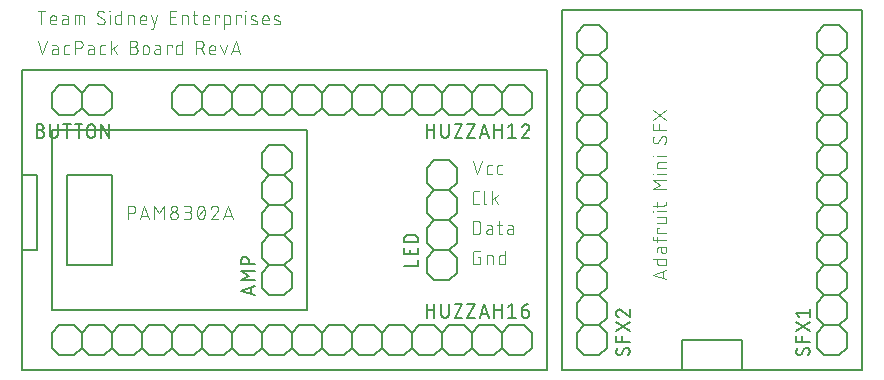
<source format=gbr>
G04 EAGLE Gerber RS-274X export*
G75*
%MOMM*%
%FSLAX34Y34*%
%LPD*%
%INSilkscreen Top*%
%IPPOS*%
%AMOC8*
5,1,8,0,0,1.08239X$1,22.5*%
G01*
%ADD10C,0.101600*%
%ADD11C,0.152400*%
%ADD12C,0.127000*%


D10*
X25908Y291592D02*
X29803Y279908D01*
X33697Y291592D01*
X40087Y284452D02*
X43008Y284452D01*
X40087Y284452D02*
X39993Y284450D01*
X39899Y284444D01*
X39806Y284435D01*
X39713Y284421D01*
X39621Y284404D01*
X39529Y284382D01*
X39439Y284358D01*
X39349Y284329D01*
X39261Y284297D01*
X39174Y284261D01*
X39089Y284221D01*
X39006Y284178D01*
X38924Y284132D01*
X38844Y284082D01*
X38767Y284029D01*
X38692Y283973D01*
X38619Y283914D01*
X38548Y283852D01*
X38480Y283787D01*
X38415Y283719D01*
X38353Y283648D01*
X38294Y283575D01*
X38238Y283500D01*
X38185Y283423D01*
X38135Y283343D01*
X38089Y283261D01*
X38046Y283178D01*
X38006Y283093D01*
X37970Y283006D01*
X37938Y282918D01*
X37909Y282828D01*
X37885Y282738D01*
X37863Y282646D01*
X37846Y282554D01*
X37832Y282461D01*
X37823Y282368D01*
X37817Y282274D01*
X37815Y282180D01*
X37817Y282086D01*
X37823Y281992D01*
X37832Y281899D01*
X37846Y281806D01*
X37863Y281714D01*
X37885Y281622D01*
X37909Y281532D01*
X37938Y281442D01*
X37970Y281354D01*
X38006Y281267D01*
X38046Y281182D01*
X38089Y281099D01*
X38135Y281017D01*
X38185Y280937D01*
X38238Y280860D01*
X38294Y280785D01*
X38353Y280712D01*
X38415Y280641D01*
X38480Y280573D01*
X38548Y280508D01*
X38619Y280446D01*
X38692Y280387D01*
X38767Y280331D01*
X38844Y280278D01*
X38924Y280228D01*
X39006Y280182D01*
X39089Y280139D01*
X39174Y280099D01*
X39261Y280063D01*
X39349Y280031D01*
X39439Y280002D01*
X39529Y279978D01*
X39621Y279956D01*
X39713Y279939D01*
X39806Y279925D01*
X39899Y279916D01*
X39993Y279910D01*
X40087Y279908D01*
X43008Y279908D01*
X43008Y285750D01*
X43006Y285837D01*
X43000Y285925D01*
X42990Y286011D01*
X42977Y286098D01*
X42959Y286183D01*
X42938Y286268D01*
X42913Y286352D01*
X42884Y286434D01*
X42851Y286515D01*
X42815Y286595D01*
X42776Y286673D01*
X42732Y286749D01*
X42686Y286823D01*
X42636Y286894D01*
X42583Y286964D01*
X42527Y287031D01*
X42468Y287095D01*
X42406Y287157D01*
X42342Y287216D01*
X42275Y287272D01*
X42205Y287325D01*
X42134Y287375D01*
X42060Y287421D01*
X41984Y287465D01*
X41906Y287504D01*
X41826Y287540D01*
X41745Y287573D01*
X41663Y287602D01*
X41579Y287627D01*
X41494Y287648D01*
X41409Y287666D01*
X41322Y287679D01*
X41236Y287689D01*
X41148Y287695D01*
X41061Y287697D01*
X38464Y287697D01*
X50122Y279908D02*
X52718Y279908D01*
X50122Y279908D02*
X50035Y279910D01*
X49947Y279916D01*
X49861Y279926D01*
X49774Y279939D01*
X49689Y279957D01*
X49604Y279978D01*
X49520Y280003D01*
X49438Y280032D01*
X49357Y280065D01*
X49277Y280101D01*
X49199Y280140D01*
X49123Y280184D01*
X49049Y280230D01*
X48978Y280280D01*
X48908Y280333D01*
X48841Y280389D01*
X48777Y280448D01*
X48715Y280510D01*
X48656Y280574D01*
X48600Y280641D01*
X48547Y280711D01*
X48497Y280782D01*
X48451Y280856D01*
X48407Y280932D01*
X48368Y281010D01*
X48332Y281090D01*
X48299Y281171D01*
X48270Y281253D01*
X48245Y281337D01*
X48224Y281422D01*
X48206Y281507D01*
X48193Y281594D01*
X48183Y281680D01*
X48177Y281768D01*
X48175Y281855D01*
X48174Y281855D02*
X48174Y285750D01*
X48175Y285750D02*
X48177Y285837D01*
X48183Y285925D01*
X48193Y286011D01*
X48206Y286098D01*
X48224Y286183D01*
X48245Y286268D01*
X48270Y286352D01*
X48299Y286434D01*
X48332Y286515D01*
X48368Y286595D01*
X48407Y286673D01*
X48451Y286749D01*
X48497Y286823D01*
X48547Y286894D01*
X48600Y286964D01*
X48656Y287031D01*
X48715Y287095D01*
X48777Y287157D01*
X48841Y287216D01*
X48908Y287272D01*
X48978Y287325D01*
X49049Y287375D01*
X49123Y287421D01*
X49199Y287465D01*
X49277Y287504D01*
X49357Y287540D01*
X49438Y287573D01*
X49520Y287602D01*
X49604Y287627D01*
X49689Y287648D01*
X49774Y287666D01*
X49861Y287679D01*
X49947Y287689D01*
X50035Y287695D01*
X50122Y287697D01*
X52718Y287697D01*
X57587Y291592D02*
X57587Y279908D01*
X57587Y291592D02*
X60833Y291592D01*
X60946Y291590D01*
X61059Y291584D01*
X61172Y291574D01*
X61285Y291560D01*
X61397Y291543D01*
X61508Y291521D01*
X61618Y291496D01*
X61728Y291466D01*
X61836Y291433D01*
X61943Y291396D01*
X62049Y291356D01*
X62153Y291311D01*
X62256Y291263D01*
X62357Y291212D01*
X62456Y291157D01*
X62553Y291099D01*
X62648Y291037D01*
X62741Y290972D01*
X62831Y290904D01*
X62919Y290833D01*
X63005Y290758D01*
X63088Y290681D01*
X63168Y290601D01*
X63245Y290518D01*
X63320Y290432D01*
X63391Y290344D01*
X63459Y290254D01*
X63524Y290161D01*
X63586Y290066D01*
X63644Y289969D01*
X63699Y289870D01*
X63750Y289769D01*
X63798Y289666D01*
X63843Y289562D01*
X63883Y289456D01*
X63920Y289349D01*
X63953Y289241D01*
X63983Y289131D01*
X64008Y289021D01*
X64030Y288910D01*
X64047Y288798D01*
X64061Y288685D01*
X64071Y288572D01*
X64077Y288459D01*
X64079Y288346D01*
X64077Y288233D01*
X64071Y288120D01*
X64061Y288007D01*
X64047Y287894D01*
X64030Y287782D01*
X64008Y287671D01*
X63983Y287561D01*
X63953Y287451D01*
X63920Y287343D01*
X63883Y287236D01*
X63843Y287130D01*
X63798Y287026D01*
X63750Y286923D01*
X63699Y286822D01*
X63644Y286723D01*
X63586Y286626D01*
X63524Y286531D01*
X63459Y286438D01*
X63391Y286348D01*
X63320Y286260D01*
X63245Y286174D01*
X63168Y286091D01*
X63088Y286011D01*
X63005Y285934D01*
X62919Y285859D01*
X62831Y285788D01*
X62741Y285720D01*
X62648Y285655D01*
X62553Y285593D01*
X62456Y285535D01*
X62357Y285480D01*
X62256Y285429D01*
X62153Y285381D01*
X62049Y285336D01*
X61943Y285296D01*
X61836Y285259D01*
X61728Y285226D01*
X61618Y285196D01*
X61508Y285171D01*
X61397Y285149D01*
X61285Y285132D01*
X61172Y285118D01*
X61059Y285108D01*
X60946Y285102D01*
X60833Y285100D01*
X60833Y285101D02*
X57587Y285101D01*
X70567Y284452D02*
X73488Y284452D01*
X70567Y284452D02*
X70473Y284450D01*
X70379Y284444D01*
X70286Y284435D01*
X70193Y284421D01*
X70101Y284404D01*
X70009Y284382D01*
X69919Y284358D01*
X69829Y284329D01*
X69741Y284297D01*
X69654Y284261D01*
X69569Y284221D01*
X69486Y284178D01*
X69404Y284132D01*
X69324Y284082D01*
X69247Y284029D01*
X69172Y283973D01*
X69099Y283914D01*
X69028Y283852D01*
X68960Y283787D01*
X68895Y283719D01*
X68833Y283648D01*
X68774Y283575D01*
X68718Y283500D01*
X68665Y283423D01*
X68615Y283343D01*
X68569Y283261D01*
X68526Y283178D01*
X68486Y283093D01*
X68450Y283006D01*
X68418Y282918D01*
X68389Y282828D01*
X68365Y282738D01*
X68343Y282646D01*
X68326Y282554D01*
X68312Y282461D01*
X68303Y282368D01*
X68297Y282274D01*
X68295Y282180D01*
X68297Y282086D01*
X68303Y281992D01*
X68312Y281899D01*
X68326Y281806D01*
X68343Y281714D01*
X68365Y281622D01*
X68389Y281532D01*
X68418Y281442D01*
X68450Y281354D01*
X68486Y281267D01*
X68526Y281182D01*
X68569Y281099D01*
X68615Y281017D01*
X68665Y280937D01*
X68718Y280860D01*
X68774Y280785D01*
X68833Y280712D01*
X68895Y280641D01*
X68960Y280573D01*
X69028Y280508D01*
X69099Y280446D01*
X69172Y280387D01*
X69247Y280331D01*
X69324Y280278D01*
X69404Y280228D01*
X69486Y280182D01*
X69569Y280139D01*
X69654Y280099D01*
X69741Y280063D01*
X69829Y280031D01*
X69919Y280002D01*
X70009Y279978D01*
X70101Y279956D01*
X70193Y279939D01*
X70286Y279925D01*
X70379Y279916D01*
X70473Y279910D01*
X70567Y279908D01*
X73488Y279908D01*
X73488Y285750D01*
X73486Y285837D01*
X73480Y285925D01*
X73470Y286011D01*
X73457Y286098D01*
X73439Y286183D01*
X73418Y286268D01*
X73393Y286352D01*
X73364Y286434D01*
X73331Y286515D01*
X73295Y286595D01*
X73256Y286673D01*
X73212Y286749D01*
X73166Y286823D01*
X73116Y286894D01*
X73063Y286964D01*
X73007Y287031D01*
X72948Y287095D01*
X72886Y287157D01*
X72822Y287216D01*
X72755Y287272D01*
X72685Y287325D01*
X72614Y287375D01*
X72540Y287421D01*
X72464Y287465D01*
X72386Y287504D01*
X72306Y287540D01*
X72225Y287573D01*
X72143Y287602D01*
X72059Y287627D01*
X71974Y287648D01*
X71889Y287666D01*
X71802Y287679D01*
X71716Y287689D01*
X71628Y287695D01*
X71541Y287697D01*
X68944Y287697D01*
X80602Y279908D02*
X83198Y279908D01*
X80602Y279908D02*
X80515Y279910D01*
X80427Y279916D01*
X80341Y279926D01*
X80254Y279939D01*
X80169Y279957D01*
X80084Y279978D01*
X80000Y280003D01*
X79918Y280032D01*
X79837Y280065D01*
X79757Y280101D01*
X79679Y280140D01*
X79603Y280184D01*
X79529Y280230D01*
X79458Y280280D01*
X79388Y280333D01*
X79321Y280389D01*
X79257Y280448D01*
X79195Y280510D01*
X79136Y280574D01*
X79080Y280641D01*
X79027Y280711D01*
X78977Y280782D01*
X78931Y280856D01*
X78887Y280932D01*
X78848Y281010D01*
X78812Y281090D01*
X78779Y281171D01*
X78750Y281253D01*
X78725Y281337D01*
X78704Y281422D01*
X78686Y281507D01*
X78673Y281594D01*
X78663Y281680D01*
X78657Y281768D01*
X78655Y281855D01*
X78654Y281855D02*
X78654Y285750D01*
X78655Y285750D02*
X78657Y285837D01*
X78663Y285925D01*
X78673Y286011D01*
X78686Y286098D01*
X78704Y286183D01*
X78725Y286268D01*
X78750Y286352D01*
X78779Y286434D01*
X78812Y286515D01*
X78848Y286595D01*
X78887Y286673D01*
X78931Y286749D01*
X78977Y286823D01*
X79027Y286894D01*
X79080Y286964D01*
X79136Y287031D01*
X79195Y287095D01*
X79257Y287157D01*
X79321Y287216D01*
X79388Y287272D01*
X79458Y287325D01*
X79529Y287375D01*
X79603Y287421D01*
X79679Y287465D01*
X79757Y287504D01*
X79837Y287540D01*
X79918Y287573D01*
X80000Y287602D01*
X80084Y287627D01*
X80169Y287648D01*
X80254Y287666D01*
X80341Y287679D01*
X80427Y287689D01*
X80515Y287695D01*
X80602Y287697D01*
X83198Y287697D01*
X87921Y291592D02*
X87921Y279908D01*
X87921Y283803D02*
X93113Y287697D01*
X90192Y285425D02*
X93113Y279908D01*
X104069Y286399D02*
X107315Y286399D01*
X107315Y286400D02*
X107428Y286398D01*
X107541Y286392D01*
X107654Y286382D01*
X107767Y286368D01*
X107879Y286351D01*
X107990Y286329D01*
X108100Y286304D01*
X108210Y286274D01*
X108318Y286241D01*
X108425Y286204D01*
X108531Y286164D01*
X108635Y286119D01*
X108738Y286071D01*
X108839Y286020D01*
X108938Y285965D01*
X109035Y285907D01*
X109130Y285845D01*
X109223Y285780D01*
X109313Y285712D01*
X109401Y285641D01*
X109487Y285566D01*
X109570Y285489D01*
X109650Y285409D01*
X109727Y285326D01*
X109802Y285240D01*
X109873Y285152D01*
X109941Y285062D01*
X110006Y284969D01*
X110068Y284874D01*
X110126Y284777D01*
X110181Y284678D01*
X110232Y284577D01*
X110280Y284474D01*
X110325Y284370D01*
X110365Y284264D01*
X110402Y284157D01*
X110435Y284049D01*
X110465Y283939D01*
X110490Y283829D01*
X110512Y283718D01*
X110529Y283606D01*
X110543Y283493D01*
X110553Y283380D01*
X110559Y283267D01*
X110561Y283154D01*
X110559Y283041D01*
X110553Y282928D01*
X110543Y282815D01*
X110529Y282702D01*
X110512Y282590D01*
X110490Y282479D01*
X110465Y282369D01*
X110435Y282259D01*
X110402Y282151D01*
X110365Y282044D01*
X110325Y281938D01*
X110280Y281834D01*
X110232Y281731D01*
X110181Y281630D01*
X110126Y281531D01*
X110068Y281434D01*
X110006Y281339D01*
X109941Y281246D01*
X109873Y281156D01*
X109802Y281068D01*
X109727Y280982D01*
X109650Y280899D01*
X109570Y280819D01*
X109487Y280742D01*
X109401Y280667D01*
X109313Y280596D01*
X109223Y280528D01*
X109130Y280463D01*
X109035Y280401D01*
X108938Y280343D01*
X108839Y280288D01*
X108738Y280237D01*
X108635Y280189D01*
X108531Y280144D01*
X108425Y280104D01*
X108318Y280067D01*
X108210Y280034D01*
X108100Y280004D01*
X107990Y279979D01*
X107879Y279957D01*
X107767Y279940D01*
X107654Y279926D01*
X107541Y279916D01*
X107428Y279910D01*
X107315Y279908D01*
X104069Y279908D01*
X104069Y291592D01*
X107315Y291592D01*
X107416Y291590D01*
X107516Y291584D01*
X107616Y291574D01*
X107716Y291561D01*
X107815Y291543D01*
X107914Y291522D01*
X108011Y291497D01*
X108108Y291468D01*
X108203Y291435D01*
X108297Y291399D01*
X108389Y291359D01*
X108480Y291316D01*
X108569Y291269D01*
X108656Y291219D01*
X108742Y291165D01*
X108825Y291108D01*
X108905Y291048D01*
X108984Y290985D01*
X109060Y290918D01*
X109133Y290849D01*
X109203Y290777D01*
X109271Y290703D01*
X109336Y290626D01*
X109397Y290546D01*
X109456Y290464D01*
X109511Y290380D01*
X109563Y290294D01*
X109612Y290206D01*
X109657Y290116D01*
X109699Y290024D01*
X109737Y289931D01*
X109771Y289836D01*
X109802Y289741D01*
X109829Y289644D01*
X109852Y289546D01*
X109872Y289447D01*
X109887Y289347D01*
X109899Y289247D01*
X109907Y289147D01*
X109911Y289046D01*
X109911Y288946D01*
X109907Y288845D01*
X109899Y288745D01*
X109887Y288645D01*
X109872Y288545D01*
X109852Y288446D01*
X109829Y288348D01*
X109802Y288251D01*
X109771Y288156D01*
X109737Y288061D01*
X109699Y287968D01*
X109657Y287876D01*
X109612Y287786D01*
X109563Y287698D01*
X109511Y287612D01*
X109456Y287528D01*
X109397Y287446D01*
X109336Y287366D01*
X109271Y287289D01*
X109203Y287215D01*
X109133Y287143D01*
X109060Y287074D01*
X108984Y287007D01*
X108905Y286944D01*
X108825Y286884D01*
X108742Y286827D01*
X108656Y286773D01*
X108569Y286723D01*
X108480Y286676D01*
X108389Y286633D01*
X108297Y286593D01*
X108203Y286557D01*
X108108Y286524D01*
X108011Y286495D01*
X107914Y286470D01*
X107815Y286449D01*
X107716Y286431D01*
X107616Y286418D01*
X107516Y286408D01*
X107416Y286402D01*
X107315Y286400D01*
X114836Y285101D02*
X114836Y282504D01*
X114836Y285101D02*
X114838Y285202D01*
X114844Y285302D01*
X114854Y285402D01*
X114867Y285502D01*
X114885Y285601D01*
X114906Y285700D01*
X114931Y285797D01*
X114960Y285894D01*
X114993Y285989D01*
X115029Y286083D01*
X115069Y286175D01*
X115112Y286266D01*
X115159Y286355D01*
X115209Y286442D01*
X115263Y286528D01*
X115320Y286611D01*
X115380Y286691D01*
X115443Y286770D01*
X115510Y286846D01*
X115579Y286919D01*
X115651Y286989D01*
X115725Y287057D01*
X115802Y287122D01*
X115882Y287183D01*
X115964Y287242D01*
X116048Y287297D01*
X116134Y287349D01*
X116222Y287398D01*
X116312Y287443D01*
X116404Y287485D01*
X116497Y287523D01*
X116592Y287557D01*
X116687Y287588D01*
X116784Y287615D01*
X116882Y287638D01*
X116981Y287658D01*
X117081Y287673D01*
X117181Y287685D01*
X117281Y287693D01*
X117382Y287697D01*
X117482Y287697D01*
X117583Y287693D01*
X117683Y287685D01*
X117783Y287673D01*
X117883Y287658D01*
X117982Y287638D01*
X118080Y287615D01*
X118177Y287588D01*
X118272Y287557D01*
X118367Y287523D01*
X118460Y287485D01*
X118552Y287443D01*
X118642Y287398D01*
X118730Y287349D01*
X118816Y287297D01*
X118900Y287242D01*
X118982Y287183D01*
X119062Y287122D01*
X119139Y287057D01*
X119213Y286989D01*
X119285Y286919D01*
X119354Y286846D01*
X119421Y286770D01*
X119484Y286691D01*
X119544Y286611D01*
X119601Y286528D01*
X119655Y286442D01*
X119705Y286355D01*
X119752Y286266D01*
X119795Y286175D01*
X119835Y286083D01*
X119871Y285989D01*
X119904Y285894D01*
X119933Y285797D01*
X119958Y285700D01*
X119979Y285601D01*
X119997Y285502D01*
X120010Y285402D01*
X120020Y285302D01*
X120026Y285202D01*
X120028Y285101D01*
X120029Y285101D02*
X120029Y282504D01*
X120028Y282504D02*
X120026Y282403D01*
X120020Y282303D01*
X120010Y282203D01*
X119997Y282103D01*
X119979Y282004D01*
X119958Y281905D01*
X119933Y281808D01*
X119904Y281711D01*
X119871Y281616D01*
X119835Y281522D01*
X119795Y281430D01*
X119752Y281339D01*
X119705Y281250D01*
X119655Y281163D01*
X119601Y281077D01*
X119544Y280994D01*
X119484Y280914D01*
X119421Y280835D01*
X119354Y280759D01*
X119285Y280686D01*
X119213Y280616D01*
X119139Y280548D01*
X119062Y280483D01*
X118982Y280422D01*
X118900Y280363D01*
X118816Y280308D01*
X118730Y280256D01*
X118642Y280207D01*
X118552Y280162D01*
X118460Y280120D01*
X118367Y280082D01*
X118272Y280048D01*
X118177Y280017D01*
X118080Y279990D01*
X117982Y279967D01*
X117883Y279947D01*
X117783Y279932D01*
X117683Y279920D01*
X117583Y279912D01*
X117482Y279908D01*
X117382Y279908D01*
X117281Y279912D01*
X117181Y279920D01*
X117081Y279932D01*
X116981Y279947D01*
X116882Y279967D01*
X116784Y279990D01*
X116687Y280017D01*
X116592Y280048D01*
X116497Y280082D01*
X116404Y280120D01*
X116312Y280162D01*
X116222Y280207D01*
X116134Y280256D01*
X116048Y280308D01*
X115964Y280363D01*
X115882Y280422D01*
X115802Y280483D01*
X115725Y280548D01*
X115651Y280616D01*
X115579Y280686D01*
X115510Y280759D01*
X115443Y280835D01*
X115380Y280914D01*
X115320Y280994D01*
X115263Y281077D01*
X115209Y281163D01*
X115159Y281250D01*
X115112Y281339D01*
X115069Y281430D01*
X115029Y281522D01*
X114993Y281616D01*
X114960Y281711D01*
X114931Y281808D01*
X114906Y281905D01*
X114885Y282004D01*
X114867Y282103D01*
X114854Y282203D01*
X114844Y282303D01*
X114838Y282403D01*
X114836Y282504D01*
X126955Y284452D02*
X129876Y284452D01*
X126955Y284452D02*
X126861Y284450D01*
X126767Y284444D01*
X126674Y284435D01*
X126581Y284421D01*
X126489Y284404D01*
X126397Y284382D01*
X126307Y284358D01*
X126217Y284329D01*
X126129Y284297D01*
X126042Y284261D01*
X125957Y284221D01*
X125874Y284178D01*
X125792Y284132D01*
X125712Y284082D01*
X125635Y284029D01*
X125560Y283973D01*
X125487Y283914D01*
X125416Y283852D01*
X125348Y283787D01*
X125283Y283719D01*
X125221Y283648D01*
X125162Y283575D01*
X125106Y283500D01*
X125053Y283423D01*
X125003Y283343D01*
X124957Y283261D01*
X124914Y283178D01*
X124874Y283093D01*
X124838Y283006D01*
X124806Y282918D01*
X124777Y282828D01*
X124753Y282738D01*
X124731Y282646D01*
X124714Y282554D01*
X124700Y282461D01*
X124691Y282368D01*
X124685Y282274D01*
X124683Y282180D01*
X124685Y282086D01*
X124691Y281992D01*
X124700Y281899D01*
X124714Y281806D01*
X124731Y281714D01*
X124753Y281622D01*
X124777Y281532D01*
X124806Y281442D01*
X124838Y281354D01*
X124874Y281267D01*
X124914Y281182D01*
X124957Y281099D01*
X125003Y281017D01*
X125053Y280937D01*
X125106Y280860D01*
X125162Y280785D01*
X125221Y280712D01*
X125283Y280641D01*
X125348Y280573D01*
X125416Y280508D01*
X125487Y280446D01*
X125560Y280387D01*
X125635Y280331D01*
X125712Y280278D01*
X125792Y280228D01*
X125874Y280182D01*
X125957Y280139D01*
X126042Y280099D01*
X126129Y280063D01*
X126217Y280031D01*
X126307Y280002D01*
X126397Y279978D01*
X126489Y279956D01*
X126581Y279939D01*
X126674Y279925D01*
X126767Y279916D01*
X126861Y279910D01*
X126955Y279908D01*
X129876Y279908D01*
X129876Y285750D01*
X129874Y285837D01*
X129868Y285925D01*
X129858Y286011D01*
X129845Y286098D01*
X129827Y286183D01*
X129806Y286268D01*
X129781Y286352D01*
X129752Y286434D01*
X129719Y286515D01*
X129683Y286595D01*
X129644Y286673D01*
X129600Y286749D01*
X129554Y286823D01*
X129504Y286894D01*
X129451Y286964D01*
X129395Y287031D01*
X129336Y287095D01*
X129274Y287157D01*
X129210Y287216D01*
X129143Y287272D01*
X129073Y287325D01*
X129002Y287375D01*
X128928Y287421D01*
X128852Y287465D01*
X128774Y287504D01*
X128694Y287540D01*
X128613Y287573D01*
X128531Y287602D01*
X128447Y287627D01*
X128362Y287648D01*
X128277Y287666D01*
X128190Y287679D01*
X128104Y287689D01*
X128016Y287695D01*
X127929Y287697D01*
X125332Y287697D01*
X135476Y287697D02*
X135476Y279908D01*
X135476Y287697D02*
X139371Y287697D01*
X139371Y286399D01*
X148164Y291592D02*
X148164Y279908D01*
X144918Y279908D01*
X144831Y279910D01*
X144743Y279916D01*
X144657Y279926D01*
X144570Y279939D01*
X144485Y279957D01*
X144400Y279978D01*
X144316Y280003D01*
X144234Y280032D01*
X144153Y280065D01*
X144073Y280101D01*
X143995Y280140D01*
X143919Y280184D01*
X143845Y280230D01*
X143774Y280280D01*
X143704Y280333D01*
X143637Y280389D01*
X143573Y280448D01*
X143511Y280510D01*
X143452Y280574D01*
X143396Y280641D01*
X143343Y280711D01*
X143293Y280782D01*
X143247Y280856D01*
X143203Y280932D01*
X143164Y281010D01*
X143128Y281090D01*
X143095Y281171D01*
X143066Y281253D01*
X143041Y281337D01*
X143020Y281422D01*
X143002Y281507D01*
X142989Y281594D01*
X142979Y281680D01*
X142973Y281768D01*
X142971Y281855D01*
X142971Y285750D01*
X142973Y285837D01*
X142979Y285925D01*
X142989Y286011D01*
X143002Y286098D01*
X143020Y286183D01*
X143041Y286268D01*
X143066Y286352D01*
X143095Y286434D01*
X143128Y286515D01*
X143164Y286595D01*
X143203Y286673D01*
X143247Y286749D01*
X143293Y286823D01*
X143343Y286894D01*
X143396Y286964D01*
X143452Y287031D01*
X143511Y287095D01*
X143573Y287157D01*
X143637Y287216D01*
X143704Y287272D01*
X143774Y287325D01*
X143845Y287375D01*
X143919Y287421D01*
X143995Y287465D01*
X144073Y287504D01*
X144153Y287540D01*
X144234Y287573D01*
X144316Y287602D01*
X144400Y287627D01*
X144485Y287648D01*
X144570Y287666D01*
X144657Y287679D01*
X144743Y287689D01*
X144831Y287695D01*
X144918Y287697D01*
X148164Y287697D01*
X159980Y291592D02*
X159980Y279908D01*
X159980Y291592D02*
X163226Y291592D01*
X163339Y291590D01*
X163452Y291584D01*
X163565Y291574D01*
X163678Y291560D01*
X163790Y291543D01*
X163901Y291521D01*
X164011Y291496D01*
X164121Y291466D01*
X164229Y291433D01*
X164336Y291396D01*
X164442Y291356D01*
X164546Y291311D01*
X164649Y291263D01*
X164750Y291212D01*
X164849Y291157D01*
X164946Y291099D01*
X165041Y291037D01*
X165134Y290972D01*
X165224Y290904D01*
X165312Y290833D01*
X165398Y290758D01*
X165481Y290681D01*
X165561Y290601D01*
X165638Y290518D01*
X165713Y290432D01*
X165784Y290344D01*
X165852Y290254D01*
X165917Y290161D01*
X165979Y290066D01*
X166037Y289969D01*
X166092Y289870D01*
X166143Y289769D01*
X166191Y289666D01*
X166236Y289562D01*
X166276Y289456D01*
X166313Y289349D01*
X166346Y289241D01*
X166376Y289131D01*
X166401Y289021D01*
X166423Y288910D01*
X166440Y288798D01*
X166454Y288685D01*
X166464Y288572D01*
X166470Y288459D01*
X166472Y288346D01*
X166470Y288233D01*
X166464Y288120D01*
X166454Y288007D01*
X166440Y287894D01*
X166423Y287782D01*
X166401Y287671D01*
X166376Y287561D01*
X166346Y287451D01*
X166313Y287343D01*
X166276Y287236D01*
X166236Y287130D01*
X166191Y287026D01*
X166143Y286923D01*
X166092Y286822D01*
X166037Y286723D01*
X165979Y286626D01*
X165917Y286531D01*
X165852Y286438D01*
X165784Y286348D01*
X165713Y286260D01*
X165638Y286174D01*
X165561Y286091D01*
X165481Y286011D01*
X165398Y285934D01*
X165312Y285859D01*
X165224Y285788D01*
X165134Y285720D01*
X165041Y285655D01*
X164946Y285593D01*
X164849Y285535D01*
X164750Y285480D01*
X164649Y285429D01*
X164546Y285381D01*
X164442Y285336D01*
X164336Y285296D01*
X164229Y285259D01*
X164121Y285226D01*
X164011Y285196D01*
X163901Y285171D01*
X163790Y285149D01*
X163678Y285132D01*
X163565Y285118D01*
X163452Y285108D01*
X163339Y285102D01*
X163226Y285100D01*
X163226Y285101D02*
X159980Y285101D01*
X163875Y285101D02*
X166472Y279908D01*
X173171Y279908D02*
X176417Y279908D01*
X173171Y279908D02*
X173084Y279910D01*
X172996Y279916D01*
X172910Y279926D01*
X172823Y279939D01*
X172738Y279957D01*
X172653Y279978D01*
X172569Y280003D01*
X172487Y280032D01*
X172406Y280065D01*
X172326Y280101D01*
X172248Y280140D01*
X172172Y280184D01*
X172098Y280230D01*
X172027Y280280D01*
X171957Y280333D01*
X171890Y280389D01*
X171826Y280448D01*
X171764Y280510D01*
X171705Y280574D01*
X171649Y280641D01*
X171596Y280711D01*
X171546Y280782D01*
X171500Y280856D01*
X171456Y280932D01*
X171417Y281010D01*
X171381Y281090D01*
X171348Y281171D01*
X171319Y281253D01*
X171294Y281337D01*
X171273Y281422D01*
X171255Y281507D01*
X171242Y281594D01*
X171232Y281680D01*
X171226Y281768D01*
X171224Y281855D01*
X171224Y285101D01*
X171226Y285202D01*
X171232Y285302D01*
X171242Y285402D01*
X171255Y285502D01*
X171273Y285601D01*
X171294Y285700D01*
X171319Y285797D01*
X171348Y285894D01*
X171381Y285989D01*
X171417Y286083D01*
X171457Y286175D01*
X171500Y286266D01*
X171547Y286355D01*
X171597Y286442D01*
X171651Y286528D01*
X171708Y286611D01*
X171768Y286691D01*
X171831Y286770D01*
X171898Y286846D01*
X171967Y286919D01*
X172039Y286989D01*
X172113Y287057D01*
X172190Y287122D01*
X172270Y287183D01*
X172352Y287242D01*
X172436Y287297D01*
X172522Y287349D01*
X172610Y287398D01*
X172700Y287443D01*
X172792Y287485D01*
X172885Y287523D01*
X172980Y287557D01*
X173075Y287588D01*
X173172Y287615D01*
X173270Y287638D01*
X173369Y287658D01*
X173469Y287673D01*
X173569Y287685D01*
X173669Y287693D01*
X173770Y287697D01*
X173870Y287697D01*
X173971Y287693D01*
X174071Y287685D01*
X174171Y287673D01*
X174271Y287658D01*
X174370Y287638D01*
X174468Y287615D01*
X174565Y287588D01*
X174660Y287557D01*
X174755Y287523D01*
X174848Y287485D01*
X174940Y287443D01*
X175030Y287398D01*
X175118Y287349D01*
X175204Y287297D01*
X175288Y287242D01*
X175370Y287183D01*
X175450Y287122D01*
X175527Y287057D01*
X175601Y286989D01*
X175673Y286919D01*
X175742Y286846D01*
X175809Y286770D01*
X175872Y286691D01*
X175932Y286611D01*
X175989Y286528D01*
X176043Y286442D01*
X176093Y286355D01*
X176140Y286266D01*
X176183Y286175D01*
X176223Y286083D01*
X176259Y285989D01*
X176292Y285894D01*
X176321Y285797D01*
X176346Y285700D01*
X176367Y285601D01*
X176385Y285502D01*
X176398Y285402D01*
X176408Y285302D01*
X176414Y285202D01*
X176416Y285101D01*
X176417Y285101D02*
X176417Y283803D01*
X171224Y283803D01*
X180749Y287697D02*
X183345Y279908D01*
X185942Y287697D01*
X193632Y291592D02*
X189738Y279908D01*
X197527Y279908D02*
X193632Y291592D01*
X196553Y282829D02*
X190711Y282829D01*
X29154Y305308D02*
X29154Y316992D01*
X32399Y316992D02*
X25908Y316992D01*
X38410Y305308D02*
X41656Y305308D01*
X38410Y305308D02*
X38323Y305310D01*
X38235Y305316D01*
X38149Y305326D01*
X38062Y305339D01*
X37977Y305357D01*
X37892Y305378D01*
X37808Y305403D01*
X37726Y305432D01*
X37645Y305465D01*
X37565Y305501D01*
X37487Y305540D01*
X37411Y305584D01*
X37337Y305630D01*
X37266Y305680D01*
X37196Y305733D01*
X37129Y305789D01*
X37065Y305848D01*
X37003Y305910D01*
X36944Y305974D01*
X36888Y306041D01*
X36835Y306111D01*
X36785Y306182D01*
X36739Y306256D01*
X36695Y306332D01*
X36656Y306410D01*
X36620Y306490D01*
X36587Y306571D01*
X36558Y306653D01*
X36533Y306737D01*
X36512Y306822D01*
X36494Y306907D01*
X36481Y306994D01*
X36471Y307080D01*
X36465Y307168D01*
X36463Y307255D01*
X36463Y310501D01*
X36464Y310501D02*
X36466Y310602D01*
X36472Y310702D01*
X36482Y310802D01*
X36495Y310902D01*
X36513Y311001D01*
X36534Y311100D01*
X36559Y311197D01*
X36588Y311294D01*
X36621Y311389D01*
X36657Y311483D01*
X36697Y311575D01*
X36740Y311666D01*
X36787Y311755D01*
X36837Y311842D01*
X36891Y311928D01*
X36948Y312011D01*
X37008Y312091D01*
X37071Y312170D01*
X37138Y312246D01*
X37207Y312319D01*
X37279Y312389D01*
X37353Y312457D01*
X37430Y312522D01*
X37510Y312583D01*
X37592Y312642D01*
X37676Y312697D01*
X37762Y312749D01*
X37850Y312798D01*
X37940Y312843D01*
X38032Y312885D01*
X38125Y312923D01*
X38220Y312957D01*
X38315Y312988D01*
X38412Y313015D01*
X38510Y313038D01*
X38609Y313058D01*
X38709Y313073D01*
X38809Y313085D01*
X38909Y313093D01*
X39010Y313097D01*
X39110Y313097D01*
X39211Y313093D01*
X39311Y313085D01*
X39411Y313073D01*
X39511Y313058D01*
X39610Y313038D01*
X39708Y313015D01*
X39805Y312988D01*
X39900Y312957D01*
X39995Y312923D01*
X40088Y312885D01*
X40180Y312843D01*
X40270Y312798D01*
X40358Y312749D01*
X40444Y312697D01*
X40528Y312642D01*
X40610Y312583D01*
X40690Y312522D01*
X40767Y312457D01*
X40841Y312389D01*
X40913Y312319D01*
X40982Y312246D01*
X41049Y312170D01*
X41112Y312091D01*
X41172Y312011D01*
X41229Y311928D01*
X41283Y311842D01*
X41333Y311755D01*
X41380Y311666D01*
X41423Y311575D01*
X41463Y311483D01*
X41499Y311389D01*
X41532Y311294D01*
X41561Y311197D01*
X41586Y311100D01*
X41607Y311001D01*
X41625Y310902D01*
X41638Y310802D01*
X41648Y310702D01*
X41654Y310602D01*
X41656Y310501D01*
X41656Y309203D01*
X36463Y309203D01*
X48582Y309852D02*
X51503Y309852D01*
X48582Y309852D02*
X48488Y309850D01*
X48394Y309844D01*
X48301Y309835D01*
X48208Y309821D01*
X48116Y309804D01*
X48024Y309782D01*
X47934Y309758D01*
X47844Y309729D01*
X47756Y309697D01*
X47669Y309661D01*
X47584Y309621D01*
X47501Y309578D01*
X47419Y309532D01*
X47339Y309482D01*
X47262Y309429D01*
X47187Y309373D01*
X47114Y309314D01*
X47043Y309252D01*
X46975Y309187D01*
X46910Y309119D01*
X46848Y309048D01*
X46789Y308975D01*
X46733Y308900D01*
X46680Y308823D01*
X46630Y308743D01*
X46584Y308661D01*
X46541Y308578D01*
X46501Y308493D01*
X46465Y308406D01*
X46433Y308318D01*
X46404Y308228D01*
X46380Y308138D01*
X46358Y308046D01*
X46341Y307954D01*
X46327Y307861D01*
X46318Y307768D01*
X46312Y307674D01*
X46310Y307580D01*
X46312Y307486D01*
X46318Y307392D01*
X46327Y307299D01*
X46341Y307206D01*
X46358Y307114D01*
X46380Y307022D01*
X46404Y306932D01*
X46433Y306842D01*
X46465Y306754D01*
X46501Y306667D01*
X46541Y306582D01*
X46584Y306499D01*
X46630Y306417D01*
X46680Y306337D01*
X46733Y306260D01*
X46789Y306185D01*
X46848Y306112D01*
X46910Y306041D01*
X46975Y305973D01*
X47043Y305908D01*
X47114Y305846D01*
X47187Y305787D01*
X47262Y305731D01*
X47339Y305678D01*
X47419Y305628D01*
X47501Y305582D01*
X47584Y305539D01*
X47669Y305499D01*
X47756Y305463D01*
X47844Y305431D01*
X47934Y305402D01*
X48024Y305378D01*
X48116Y305356D01*
X48208Y305339D01*
X48301Y305325D01*
X48394Y305316D01*
X48488Y305310D01*
X48582Y305308D01*
X51503Y305308D01*
X51503Y311150D01*
X51501Y311237D01*
X51495Y311325D01*
X51485Y311411D01*
X51472Y311498D01*
X51454Y311583D01*
X51433Y311668D01*
X51408Y311752D01*
X51379Y311834D01*
X51346Y311915D01*
X51310Y311995D01*
X51271Y312073D01*
X51227Y312149D01*
X51181Y312223D01*
X51131Y312294D01*
X51078Y312364D01*
X51022Y312431D01*
X50963Y312495D01*
X50901Y312557D01*
X50837Y312616D01*
X50770Y312672D01*
X50700Y312725D01*
X50629Y312775D01*
X50555Y312821D01*
X50479Y312865D01*
X50401Y312904D01*
X50321Y312940D01*
X50240Y312973D01*
X50158Y313002D01*
X50074Y313027D01*
X49989Y313048D01*
X49904Y313066D01*
X49817Y313079D01*
X49731Y313089D01*
X49643Y313095D01*
X49556Y313097D01*
X46959Y313097D01*
X57263Y313097D02*
X57263Y305308D01*
X57263Y313097D02*
X63105Y313097D01*
X63192Y313095D01*
X63280Y313089D01*
X63366Y313079D01*
X63453Y313066D01*
X63538Y313048D01*
X63623Y313027D01*
X63707Y313002D01*
X63789Y312973D01*
X63870Y312940D01*
X63950Y312904D01*
X64028Y312865D01*
X64104Y312821D01*
X64178Y312775D01*
X64249Y312725D01*
X64319Y312672D01*
X64386Y312616D01*
X64450Y312557D01*
X64512Y312495D01*
X64571Y312431D01*
X64627Y312364D01*
X64680Y312294D01*
X64730Y312223D01*
X64776Y312149D01*
X64820Y312073D01*
X64859Y311995D01*
X64895Y311915D01*
X64928Y311834D01*
X64957Y311752D01*
X64982Y311668D01*
X65003Y311583D01*
X65021Y311498D01*
X65034Y311411D01*
X65044Y311325D01*
X65050Y311237D01*
X65052Y311150D01*
X65052Y305308D01*
X61158Y305308D02*
X61158Y313097D01*
X80095Y305308D02*
X80194Y305310D01*
X80294Y305316D01*
X80393Y305325D01*
X80491Y305338D01*
X80589Y305355D01*
X80687Y305376D01*
X80783Y305401D01*
X80878Y305429D01*
X80972Y305461D01*
X81065Y305496D01*
X81157Y305535D01*
X81247Y305578D01*
X81335Y305623D01*
X81422Y305673D01*
X81506Y305725D01*
X81589Y305781D01*
X81669Y305839D01*
X81747Y305901D01*
X81822Y305966D01*
X81895Y306034D01*
X81965Y306104D01*
X82033Y306177D01*
X82098Y306252D01*
X82160Y306330D01*
X82218Y306410D01*
X82274Y306493D01*
X82326Y306577D01*
X82376Y306664D01*
X82421Y306752D01*
X82464Y306842D01*
X82503Y306934D01*
X82538Y307027D01*
X82570Y307121D01*
X82598Y307216D01*
X82623Y307312D01*
X82644Y307410D01*
X82661Y307508D01*
X82674Y307606D01*
X82683Y307705D01*
X82689Y307805D01*
X82691Y307904D01*
X80095Y305308D02*
X79951Y305310D01*
X79806Y305316D01*
X79662Y305325D01*
X79519Y305338D01*
X79375Y305355D01*
X79232Y305376D01*
X79090Y305401D01*
X78949Y305429D01*
X78808Y305461D01*
X78668Y305497D01*
X78529Y305536D01*
X78391Y305579D01*
X78255Y305626D01*
X78119Y305676D01*
X77985Y305730D01*
X77853Y305787D01*
X77722Y305848D01*
X77593Y305912D01*
X77465Y305980D01*
X77339Y306050D01*
X77215Y306125D01*
X77094Y306202D01*
X76974Y306283D01*
X76856Y306366D01*
X76741Y306453D01*
X76628Y306543D01*
X76517Y306636D01*
X76409Y306731D01*
X76303Y306830D01*
X76200Y306931D01*
X76525Y314396D02*
X76527Y314495D01*
X76533Y314595D01*
X76542Y314694D01*
X76555Y314792D01*
X76572Y314890D01*
X76593Y314988D01*
X76618Y315084D01*
X76646Y315179D01*
X76678Y315273D01*
X76713Y315366D01*
X76752Y315458D01*
X76795Y315548D01*
X76840Y315636D01*
X76890Y315723D01*
X76942Y315807D01*
X76998Y315890D01*
X77056Y315970D01*
X77118Y316048D01*
X77183Y316123D01*
X77251Y316196D01*
X77321Y316266D01*
X77394Y316334D01*
X77469Y316399D01*
X77547Y316461D01*
X77627Y316519D01*
X77710Y316575D01*
X77794Y316627D01*
X77881Y316677D01*
X77969Y316722D01*
X78059Y316765D01*
X78151Y316804D01*
X78244Y316839D01*
X78338Y316871D01*
X78433Y316899D01*
X78530Y316924D01*
X78627Y316945D01*
X78725Y316962D01*
X78823Y316975D01*
X78922Y316984D01*
X79022Y316990D01*
X79121Y316992D01*
X79257Y316990D01*
X79393Y316984D01*
X79529Y316975D01*
X79665Y316962D01*
X79800Y316944D01*
X79934Y316924D01*
X80068Y316899D01*
X80202Y316871D01*
X80334Y316838D01*
X80465Y316803D01*
X80596Y316763D01*
X80725Y316720D01*
X80853Y316674D01*
X80979Y316623D01*
X81105Y316570D01*
X81228Y316512D01*
X81350Y316452D01*
X81470Y316388D01*
X81589Y316320D01*
X81705Y316250D01*
X81819Y316176D01*
X81932Y316099D01*
X82042Y316018D01*
X77822Y312124D02*
X77736Y312177D01*
X77652Y312234D01*
X77570Y312293D01*
X77490Y312356D01*
X77413Y312422D01*
X77338Y312490D01*
X77266Y312562D01*
X77197Y312636D01*
X77131Y312713D01*
X77068Y312792D01*
X77008Y312874D01*
X76951Y312958D01*
X76897Y313044D01*
X76847Y313132D01*
X76800Y313222D01*
X76756Y313313D01*
X76717Y313407D01*
X76680Y313501D01*
X76648Y313597D01*
X76619Y313695D01*
X76594Y313793D01*
X76573Y313892D01*
X76555Y313992D01*
X76542Y314092D01*
X76532Y314193D01*
X76526Y314295D01*
X76524Y314396D01*
X81393Y310176D02*
X81479Y310123D01*
X81563Y310066D01*
X81645Y310007D01*
X81725Y309944D01*
X81802Y309878D01*
X81877Y309810D01*
X81949Y309738D01*
X82018Y309664D01*
X82084Y309587D01*
X82147Y309508D01*
X82207Y309426D01*
X82264Y309342D01*
X82318Y309256D01*
X82368Y309168D01*
X82415Y309078D01*
X82459Y308987D01*
X82498Y308893D01*
X82535Y308799D01*
X82567Y308703D01*
X82596Y308605D01*
X82621Y308507D01*
X82642Y308408D01*
X82660Y308308D01*
X82673Y308208D01*
X82683Y308107D01*
X82689Y308005D01*
X82691Y307904D01*
X81393Y310176D02*
X77823Y312124D01*
X87065Y313097D02*
X87065Y305308D01*
X86741Y316343D02*
X86741Y316992D01*
X87390Y316992D01*
X87390Y316343D01*
X86741Y316343D01*
X96842Y316992D02*
X96842Y305308D01*
X93596Y305308D01*
X93509Y305310D01*
X93421Y305316D01*
X93335Y305326D01*
X93248Y305339D01*
X93163Y305357D01*
X93078Y305378D01*
X92994Y305403D01*
X92912Y305432D01*
X92831Y305465D01*
X92751Y305501D01*
X92673Y305540D01*
X92597Y305584D01*
X92523Y305630D01*
X92452Y305680D01*
X92382Y305733D01*
X92315Y305789D01*
X92251Y305848D01*
X92189Y305910D01*
X92130Y305974D01*
X92074Y306041D01*
X92021Y306111D01*
X91971Y306182D01*
X91925Y306256D01*
X91881Y306332D01*
X91842Y306410D01*
X91806Y306490D01*
X91773Y306571D01*
X91744Y306653D01*
X91719Y306737D01*
X91698Y306822D01*
X91680Y306907D01*
X91667Y306994D01*
X91657Y307080D01*
X91651Y307168D01*
X91649Y307255D01*
X91649Y311150D01*
X91651Y311237D01*
X91657Y311325D01*
X91667Y311411D01*
X91680Y311498D01*
X91698Y311583D01*
X91719Y311668D01*
X91744Y311752D01*
X91773Y311834D01*
X91806Y311915D01*
X91842Y311995D01*
X91881Y312073D01*
X91925Y312149D01*
X91971Y312223D01*
X92021Y312294D01*
X92074Y312364D01*
X92130Y312431D01*
X92189Y312495D01*
X92251Y312557D01*
X92315Y312616D01*
X92382Y312672D01*
X92452Y312725D01*
X92523Y312775D01*
X92597Y312821D01*
X92673Y312865D01*
X92751Y312904D01*
X92831Y312940D01*
X92912Y312973D01*
X92994Y313002D01*
X93078Y313027D01*
X93163Y313048D01*
X93248Y313066D01*
X93335Y313079D01*
X93421Y313089D01*
X93509Y313095D01*
X93596Y313097D01*
X96842Y313097D01*
X102376Y313097D02*
X102376Y305308D01*
X102376Y313097D02*
X105622Y313097D01*
X105709Y313095D01*
X105797Y313089D01*
X105883Y313079D01*
X105970Y313066D01*
X106055Y313048D01*
X106140Y313027D01*
X106224Y313002D01*
X106306Y312973D01*
X106387Y312940D01*
X106467Y312904D01*
X106545Y312865D01*
X106621Y312821D01*
X106695Y312775D01*
X106766Y312725D01*
X106836Y312672D01*
X106903Y312616D01*
X106967Y312557D01*
X107029Y312496D01*
X107088Y312431D01*
X107144Y312364D01*
X107197Y312294D01*
X107247Y312223D01*
X107293Y312149D01*
X107337Y312073D01*
X107376Y311995D01*
X107412Y311915D01*
X107445Y311834D01*
X107474Y311752D01*
X107499Y311668D01*
X107520Y311583D01*
X107538Y311498D01*
X107551Y311411D01*
X107561Y311325D01*
X107567Y311237D01*
X107569Y311150D01*
X107569Y305308D01*
X114610Y305308D02*
X117856Y305308D01*
X114610Y305308D02*
X114523Y305310D01*
X114435Y305316D01*
X114349Y305326D01*
X114262Y305339D01*
X114177Y305357D01*
X114092Y305378D01*
X114008Y305403D01*
X113926Y305432D01*
X113845Y305465D01*
X113765Y305501D01*
X113687Y305540D01*
X113611Y305584D01*
X113537Y305630D01*
X113466Y305680D01*
X113396Y305733D01*
X113329Y305789D01*
X113265Y305848D01*
X113203Y305910D01*
X113144Y305974D01*
X113088Y306041D01*
X113035Y306111D01*
X112985Y306182D01*
X112939Y306256D01*
X112895Y306332D01*
X112856Y306410D01*
X112820Y306490D01*
X112787Y306571D01*
X112758Y306653D01*
X112733Y306737D01*
X112712Y306822D01*
X112694Y306907D01*
X112681Y306994D01*
X112671Y307080D01*
X112665Y307168D01*
X112663Y307255D01*
X112663Y310501D01*
X112665Y310602D01*
X112671Y310702D01*
X112681Y310802D01*
X112694Y310902D01*
X112712Y311001D01*
X112733Y311100D01*
X112758Y311197D01*
X112787Y311294D01*
X112820Y311389D01*
X112856Y311483D01*
X112896Y311575D01*
X112939Y311666D01*
X112986Y311755D01*
X113036Y311842D01*
X113090Y311928D01*
X113147Y312011D01*
X113207Y312091D01*
X113270Y312170D01*
X113337Y312246D01*
X113406Y312319D01*
X113478Y312389D01*
X113552Y312457D01*
X113629Y312522D01*
X113709Y312583D01*
X113791Y312642D01*
X113875Y312697D01*
X113961Y312749D01*
X114049Y312798D01*
X114139Y312843D01*
X114231Y312885D01*
X114324Y312923D01*
X114419Y312957D01*
X114514Y312988D01*
X114611Y313015D01*
X114709Y313038D01*
X114808Y313058D01*
X114908Y313073D01*
X115008Y313085D01*
X115108Y313093D01*
X115209Y313097D01*
X115309Y313097D01*
X115410Y313093D01*
X115510Y313085D01*
X115610Y313073D01*
X115710Y313058D01*
X115809Y313038D01*
X115907Y313015D01*
X116004Y312988D01*
X116099Y312957D01*
X116194Y312923D01*
X116287Y312885D01*
X116379Y312843D01*
X116469Y312798D01*
X116557Y312749D01*
X116643Y312697D01*
X116727Y312642D01*
X116809Y312583D01*
X116889Y312522D01*
X116966Y312457D01*
X117040Y312389D01*
X117112Y312319D01*
X117181Y312246D01*
X117248Y312170D01*
X117311Y312091D01*
X117371Y312011D01*
X117428Y311928D01*
X117482Y311842D01*
X117532Y311755D01*
X117579Y311666D01*
X117622Y311575D01*
X117662Y311483D01*
X117698Y311389D01*
X117731Y311294D01*
X117760Y311197D01*
X117785Y311100D01*
X117806Y311001D01*
X117824Y310902D01*
X117837Y310802D01*
X117847Y310702D01*
X117853Y310602D01*
X117855Y310501D01*
X117856Y310501D02*
X117856Y309203D01*
X112663Y309203D01*
X122188Y301413D02*
X123486Y301413D01*
X127381Y313097D01*
X122188Y313097D02*
X124784Y305308D01*
X138325Y305308D02*
X143518Y305308D01*
X138325Y305308D02*
X138325Y316992D01*
X143518Y316992D01*
X142220Y311799D02*
X138325Y311799D01*
X148096Y313097D02*
X148096Y305308D01*
X148096Y313097D02*
X151342Y313097D01*
X151429Y313095D01*
X151517Y313089D01*
X151603Y313079D01*
X151690Y313066D01*
X151775Y313048D01*
X151860Y313027D01*
X151944Y313002D01*
X152026Y312973D01*
X152107Y312940D01*
X152187Y312904D01*
X152265Y312865D01*
X152341Y312821D01*
X152415Y312775D01*
X152486Y312725D01*
X152556Y312672D01*
X152623Y312616D01*
X152687Y312557D01*
X152749Y312496D01*
X152808Y312431D01*
X152864Y312364D01*
X152917Y312294D01*
X152967Y312223D01*
X153013Y312149D01*
X153057Y312073D01*
X153096Y311995D01*
X153132Y311915D01*
X153165Y311834D01*
X153194Y311752D01*
X153219Y311668D01*
X153240Y311583D01*
X153258Y311498D01*
X153271Y311411D01*
X153281Y311325D01*
X153287Y311237D01*
X153289Y311150D01*
X153289Y305308D01*
X157416Y313097D02*
X161310Y313097D01*
X158714Y316992D02*
X158714Y307255D01*
X158716Y307168D01*
X158722Y307080D01*
X158732Y306994D01*
X158745Y306907D01*
X158763Y306822D01*
X158784Y306737D01*
X158809Y306653D01*
X158838Y306571D01*
X158871Y306490D01*
X158907Y306410D01*
X158946Y306332D01*
X158990Y306256D01*
X159036Y306182D01*
X159086Y306111D01*
X159139Y306041D01*
X159195Y305974D01*
X159254Y305910D01*
X159316Y305848D01*
X159380Y305789D01*
X159447Y305733D01*
X159517Y305680D01*
X159588Y305630D01*
X159662Y305584D01*
X159738Y305540D01*
X159816Y305501D01*
X159896Y305465D01*
X159977Y305432D01*
X160059Y305403D01*
X160143Y305378D01*
X160228Y305357D01*
X160313Y305339D01*
X160400Y305326D01*
X160486Y305316D01*
X160574Y305310D01*
X160661Y305308D01*
X161310Y305308D01*
X167569Y305308D02*
X170815Y305308D01*
X167569Y305308D02*
X167482Y305310D01*
X167394Y305316D01*
X167308Y305326D01*
X167221Y305339D01*
X167136Y305357D01*
X167051Y305378D01*
X166967Y305403D01*
X166885Y305432D01*
X166804Y305465D01*
X166724Y305501D01*
X166646Y305540D01*
X166570Y305584D01*
X166496Y305630D01*
X166425Y305680D01*
X166355Y305733D01*
X166288Y305789D01*
X166224Y305848D01*
X166162Y305910D01*
X166103Y305974D01*
X166047Y306041D01*
X165994Y306111D01*
X165944Y306182D01*
X165898Y306256D01*
X165854Y306332D01*
X165815Y306410D01*
X165779Y306490D01*
X165746Y306571D01*
X165717Y306653D01*
X165692Y306737D01*
X165671Y306822D01*
X165653Y306907D01*
X165640Y306994D01*
X165630Y307080D01*
X165624Y307168D01*
X165622Y307255D01*
X165622Y310501D01*
X165624Y310602D01*
X165630Y310702D01*
X165640Y310802D01*
X165653Y310902D01*
X165671Y311001D01*
X165692Y311100D01*
X165717Y311197D01*
X165746Y311294D01*
X165779Y311389D01*
X165815Y311483D01*
X165855Y311575D01*
X165898Y311666D01*
X165945Y311755D01*
X165995Y311842D01*
X166049Y311928D01*
X166106Y312011D01*
X166166Y312091D01*
X166229Y312170D01*
X166296Y312246D01*
X166365Y312319D01*
X166437Y312389D01*
X166511Y312457D01*
X166588Y312522D01*
X166668Y312583D01*
X166750Y312642D01*
X166834Y312697D01*
X166920Y312749D01*
X167008Y312798D01*
X167098Y312843D01*
X167190Y312885D01*
X167283Y312923D01*
X167378Y312957D01*
X167473Y312988D01*
X167570Y313015D01*
X167668Y313038D01*
X167767Y313058D01*
X167867Y313073D01*
X167967Y313085D01*
X168067Y313093D01*
X168168Y313097D01*
X168268Y313097D01*
X168369Y313093D01*
X168469Y313085D01*
X168569Y313073D01*
X168669Y313058D01*
X168768Y313038D01*
X168866Y313015D01*
X168963Y312988D01*
X169058Y312957D01*
X169153Y312923D01*
X169246Y312885D01*
X169338Y312843D01*
X169428Y312798D01*
X169516Y312749D01*
X169602Y312697D01*
X169686Y312642D01*
X169768Y312583D01*
X169848Y312522D01*
X169925Y312457D01*
X169999Y312389D01*
X170071Y312319D01*
X170140Y312246D01*
X170207Y312170D01*
X170270Y312091D01*
X170330Y312011D01*
X170387Y311928D01*
X170441Y311842D01*
X170491Y311755D01*
X170538Y311666D01*
X170581Y311575D01*
X170621Y311483D01*
X170657Y311389D01*
X170690Y311294D01*
X170719Y311197D01*
X170744Y311100D01*
X170765Y311001D01*
X170783Y310902D01*
X170796Y310802D01*
X170806Y310702D01*
X170812Y310602D01*
X170814Y310501D01*
X170815Y310501D02*
X170815Y309203D01*
X165622Y309203D01*
X175975Y305308D02*
X175975Y313097D01*
X179870Y313097D01*
X179870Y311799D01*
X183969Y313097D02*
X183969Y301413D01*
X183969Y313097D02*
X187214Y313097D01*
X187301Y313095D01*
X187389Y313089D01*
X187475Y313079D01*
X187562Y313066D01*
X187647Y313048D01*
X187732Y313027D01*
X187816Y313002D01*
X187898Y312973D01*
X187979Y312940D01*
X188059Y312904D01*
X188137Y312865D01*
X188213Y312821D01*
X188287Y312775D01*
X188358Y312725D01*
X188428Y312672D01*
X188495Y312616D01*
X188559Y312557D01*
X188621Y312496D01*
X188680Y312431D01*
X188736Y312364D01*
X188789Y312294D01*
X188839Y312223D01*
X188885Y312149D01*
X188929Y312073D01*
X188968Y311995D01*
X189004Y311915D01*
X189037Y311834D01*
X189066Y311752D01*
X189091Y311668D01*
X189112Y311583D01*
X189130Y311498D01*
X189143Y311411D01*
X189153Y311325D01*
X189159Y311237D01*
X189161Y311150D01*
X189162Y311150D02*
X189162Y307255D01*
X189161Y307255D02*
X189159Y307168D01*
X189153Y307080D01*
X189143Y306994D01*
X189130Y306907D01*
X189112Y306822D01*
X189091Y306737D01*
X189066Y306653D01*
X189037Y306571D01*
X189004Y306490D01*
X188968Y306410D01*
X188929Y306332D01*
X188885Y306256D01*
X188839Y306182D01*
X188789Y306111D01*
X188736Y306041D01*
X188680Y305974D01*
X188621Y305910D01*
X188559Y305848D01*
X188495Y305789D01*
X188428Y305733D01*
X188358Y305680D01*
X188287Y305630D01*
X188213Y305584D01*
X188137Y305540D01*
X188059Y305501D01*
X187979Y305465D01*
X187898Y305432D01*
X187816Y305403D01*
X187732Y305378D01*
X187647Y305357D01*
X187562Y305339D01*
X187475Y305326D01*
X187389Y305316D01*
X187301Y305310D01*
X187214Y305308D01*
X183969Y305308D01*
X194263Y305308D02*
X194263Y313097D01*
X198158Y313097D01*
X198158Y311799D01*
X201746Y313097D02*
X201746Y305308D01*
X201422Y316343D02*
X201422Y316992D01*
X202071Y316992D01*
X202071Y316343D01*
X201422Y316343D01*
X207363Y309852D02*
X210608Y308554D01*
X207363Y309851D02*
X207288Y309884D01*
X207214Y309920D01*
X207142Y309959D01*
X207072Y310002D01*
X207005Y310048D01*
X206939Y310098D01*
X206877Y310150D01*
X206816Y310206D01*
X206759Y310264D01*
X206704Y310325D01*
X206653Y310389D01*
X206605Y310455D01*
X206560Y310524D01*
X206518Y310594D01*
X206480Y310667D01*
X206445Y310741D01*
X206414Y310817D01*
X206387Y310894D01*
X206364Y310973D01*
X206344Y311052D01*
X206329Y311133D01*
X206317Y311214D01*
X206309Y311296D01*
X206305Y311377D01*
X206306Y311459D01*
X206310Y311541D01*
X206318Y311623D01*
X206330Y311704D01*
X206346Y311784D01*
X206366Y311864D01*
X206390Y311942D01*
X206418Y312019D01*
X206449Y312095D01*
X206484Y312169D01*
X206522Y312241D01*
X206564Y312312D01*
X206610Y312380D01*
X206658Y312446D01*
X206710Y312509D01*
X206765Y312570D01*
X206823Y312628D01*
X206883Y312684D01*
X206946Y312736D01*
X207012Y312785D01*
X207080Y312831D01*
X207150Y312873D01*
X207222Y312913D01*
X207296Y312948D01*
X207371Y312980D01*
X207448Y313008D01*
X207526Y313032D01*
X207606Y313053D01*
X207686Y313070D01*
X207767Y313082D01*
X207848Y313091D01*
X207930Y313096D01*
X208012Y313097D01*
X208011Y313097D02*
X208188Y313093D01*
X208365Y313084D01*
X208542Y313070D01*
X208719Y313053D01*
X208894Y313031D01*
X209070Y313006D01*
X209244Y312975D01*
X209418Y312941D01*
X209591Y312903D01*
X209763Y312860D01*
X209934Y312813D01*
X210104Y312763D01*
X210273Y312708D01*
X210440Y312649D01*
X210605Y312586D01*
X210770Y312519D01*
X210932Y312448D01*
X210608Y308554D02*
X210683Y308521D01*
X210757Y308485D01*
X210829Y308446D01*
X210899Y308403D01*
X210966Y308357D01*
X211032Y308307D01*
X211094Y308255D01*
X211155Y308199D01*
X211212Y308141D01*
X211267Y308080D01*
X211318Y308016D01*
X211366Y307950D01*
X211411Y307881D01*
X211453Y307811D01*
X211491Y307738D01*
X211526Y307664D01*
X211557Y307588D01*
X211584Y307511D01*
X211607Y307432D01*
X211627Y307353D01*
X211642Y307272D01*
X211654Y307191D01*
X211662Y307109D01*
X211666Y307028D01*
X211665Y306946D01*
X211661Y306864D01*
X211653Y306782D01*
X211641Y306701D01*
X211625Y306621D01*
X211605Y306541D01*
X211581Y306463D01*
X211553Y306386D01*
X211522Y306310D01*
X211487Y306236D01*
X211449Y306164D01*
X211407Y306093D01*
X211361Y306025D01*
X211313Y305959D01*
X211261Y305896D01*
X211206Y305835D01*
X211148Y305777D01*
X211088Y305721D01*
X211025Y305669D01*
X210959Y305620D01*
X210891Y305574D01*
X210821Y305532D01*
X210749Y305492D01*
X210675Y305457D01*
X210600Y305425D01*
X210523Y305397D01*
X210445Y305373D01*
X210365Y305352D01*
X210285Y305335D01*
X210204Y305323D01*
X210123Y305314D01*
X210041Y305309D01*
X209959Y305308D01*
X209699Y305315D01*
X209439Y305328D01*
X209179Y305347D01*
X208920Y305372D01*
X208661Y305404D01*
X208404Y305441D01*
X208147Y305485D01*
X207891Y305534D01*
X207637Y305590D01*
X207384Y305651D01*
X207133Y305719D01*
X206883Y305793D01*
X206635Y305872D01*
X206389Y305957D01*
X218242Y305308D02*
X221488Y305308D01*
X218242Y305308D02*
X218155Y305310D01*
X218067Y305316D01*
X217981Y305326D01*
X217894Y305339D01*
X217809Y305357D01*
X217724Y305378D01*
X217640Y305403D01*
X217558Y305432D01*
X217477Y305465D01*
X217397Y305501D01*
X217319Y305540D01*
X217243Y305584D01*
X217169Y305630D01*
X217098Y305680D01*
X217028Y305733D01*
X216961Y305789D01*
X216897Y305848D01*
X216835Y305910D01*
X216776Y305974D01*
X216720Y306041D01*
X216667Y306111D01*
X216617Y306182D01*
X216571Y306256D01*
X216527Y306332D01*
X216488Y306410D01*
X216452Y306490D01*
X216419Y306571D01*
X216390Y306653D01*
X216365Y306737D01*
X216344Y306822D01*
X216326Y306907D01*
X216313Y306994D01*
X216303Y307080D01*
X216297Y307168D01*
X216295Y307255D01*
X216295Y310501D01*
X216297Y310602D01*
X216303Y310702D01*
X216313Y310802D01*
X216326Y310902D01*
X216344Y311001D01*
X216365Y311100D01*
X216390Y311197D01*
X216419Y311294D01*
X216452Y311389D01*
X216488Y311483D01*
X216528Y311575D01*
X216571Y311666D01*
X216618Y311755D01*
X216668Y311842D01*
X216722Y311928D01*
X216779Y312011D01*
X216839Y312091D01*
X216902Y312170D01*
X216969Y312246D01*
X217038Y312319D01*
X217110Y312389D01*
X217184Y312457D01*
X217261Y312522D01*
X217341Y312583D01*
X217423Y312642D01*
X217507Y312697D01*
X217593Y312749D01*
X217681Y312798D01*
X217771Y312843D01*
X217863Y312885D01*
X217956Y312923D01*
X218051Y312957D01*
X218146Y312988D01*
X218243Y313015D01*
X218341Y313038D01*
X218440Y313058D01*
X218540Y313073D01*
X218640Y313085D01*
X218740Y313093D01*
X218841Y313097D01*
X218941Y313097D01*
X219042Y313093D01*
X219142Y313085D01*
X219242Y313073D01*
X219342Y313058D01*
X219441Y313038D01*
X219539Y313015D01*
X219636Y312988D01*
X219731Y312957D01*
X219826Y312923D01*
X219919Y312885D01*
X220011Y312843D01*
X220101Y312798D01*
X220189Y312749D01*
X220275Y312697D01*
X220359Y312642D01*
X220441Y312583D01*
X220521Y312522D01*
X220598Y312457D01*
X220672Y312389D01*
X220744Y312319D01*
X220813Y312246D01*
X220880Y312170D01*
X220943Y312091D01*
X221003Y312011D01*
X221060Y311928D01*
X221114Y311842D01*
X221164Y311755D01*
X221211Y311666D01*
X221254Y311575D01*
X221294Y311483D01*
X221330Y311389D01*
X221363Y311294D01*
X221392Y311197D01*
X221417Y311100D01*
X221438Y311001D01*
X221456Y310902D01*
X221469Y310802D01*
X221479Y310702D01*
X221485Y310602D01*
X221487Y310501D01*
X221488Y310501D02*
X221488Y309203D01*
X216295Y309203D01*
X227175Y309852D02*
X230420Y308554D01*
X227175Y309851D02*
X227100Y309884D01*
X227026Y309920D01*
X226954Y309959D01*
X226884Y310002D01*
X226817Y310048D01*
X226751Y310098D01*
X226689Y310150D01*
X226628Y310206D01*
X226571Y310264D01*
X226516Y310325D01*
X226465Y310389D01*
X226417Y310455D01*
X226372Y310524D01*
X226330Y310594D01*
X226292Y310667D01*
X226257Y310741D01*
X226226Y310817D01*
X226199Y310894D01*
X226176Y310973D01*
X226156Y311052D01*
X226141Y311133D01*
X226129Y311214D01*
X226121Y311296D01*
X226117Y311377D01*
X226118Y311459D01*
X226122Y311541D01*
X226130Y311623D01*
X226142Y311704D01*
X226158Y311784D01*
X226178Y311864D01*
X226202Y311942D01*
X226230Y312019D01*
X226261Y312095D01*
X226296Y312169D01*
X226334Y312241D01*
X226376Y312312D01*
X226422Y312380D01*
X226470Y312446D01*
X226522Y312509D01*
X226577Y312570D01*
X226635Y312628D01*
X226695Y312684D01*
X226758Y312736D01*
X226824Y312785D01*
X226892Y312831D01*
X226962Y312873D01*
X227034Y312913D01*
X227108Y312948D01*
X227183Y312980D01*
X227260Y313008D01*
X227338Y313032D01*
X227418Y313053D01*
X227498Y313070D01*
X227579Y313082D01*
X227660Y313091D01*
X227742Y313096D01*
X227824Y313097D01*
X227823Y313097D02*
X228000Y313093D01*
X228177Y313084D01*
X228354Y313070D01*
X228531Y313053D01*
X228706Y313031D01*
X228882Y313006D01*
X229056Y312975D01*
X229230Y312941D01*
X229403Y312903D01*
X229575Y312860D01*
X229746Y312813D01*
X229916Y312763D01*
X230085Y312708D01*
X230252Y312649D01*
X230417Y312586D01*
X230582Y312519D01*
X230744Y312448D01*
X230420Y308554D02*
X230495Y308521D01*
X230569Y308485D01*
X230641Y308446D01*
X230711Y308403D01*
X230778Y308357D01*
X230844Y308307D01*
X230906Y308255D01*
X230967Y308199D01*
X231024Y308141D01*
X231079Y308080D01*
X231130Y308016D01*
X231178Y307950D01*
X231223Y307881D01*
X231265Y307811D01*
X231303Y307738D01*
X231338Y307664D01*
X231369Y307588D01*
X231396Y307511D01*
X231419Y307432D01*
X231439Y307353D01*
X231454Y307272D01*
X231466Y307191D01*
X231474Y307109D01*
X231478Y307028D01*
X231477Y306946D01*
X231473Y306864D01*
X231465Y306782D01*
X231453Y306701D01*
X231437Y306621D01*
X231417Y306541D01*
X231393Y306463D01*
X231365Y306386D01*
X231334Y306310D01*
X231299Y306236D01*
X231261Y306164D01*
X231219Y306093D01*
X231173Y306025D01*
X231125Y305959D01*
X231073Y305896D01*
X231018Y305835D01*
X230960Y305777D01*
X230900Y305721D01*
X230837Y305669D01*
X230771Y305620D01*
X230703Y305574D01*
X230633Y305532D01*
X230561Y305492D01*
X230487Y305457D01*
X230412Y305425D01*
X230335Y305397D01*
X230257Y305373D01*
X230177Y305352D01*
X230097Y305335D01*
X230016Y305323D01*
X229935Y305314D01*
X229853Y305309D01*
X229771Y305308D01*
X229511Y305315D01*
X229251Y305328D01*
X228991Y305347D01*
X228732Y305372D01*
X228473Y305404D01*
X228216Y305441D01*
X227959Y305485D01*
X227703Y305534D01*
X227449Y305590D01*
X227196Y305651D01*
X226945Y305719D01*
X226695Y305793D01*
X226447Y305872D01*
X226201Y305957D01*
X394208Y189992D02*
X398103Y178308D01*
X401997Y189992D01*
X408135Y178308D02*
X410731Y178308D01*
X408135Y178308D02*
X408048Y178310D01*
X407960Y178316D01*
X407874Y178326D01*
X407787Y178339D01*
X407702Y178357D01*
X407617Y178378D01*
X407533Y178403D01*
X407451Y178432D01*
X407370Y178465D01*
X407290Y178501D01*
X407212Y178540D01*
X407136Y178584D01*
X407062Y178630D01*
X406991Y178680D01*
X406921Y178733D01*
X406854Y178789D01*
X406790Y178848D01*
X406728Y178910D01*
X406669Y178974D01*
X406613Y179041D01*
X406560Y179111D01*
X406510Y179182D01*
X406464Y179256D01*
X406420Y179332D01*
X406381Y179410D01*
X406345Y179490D01*
X406312Y179571D01*
X406283Y179653D01*
X406258Y179737D01*
X406237Y179822D01*
X406219Y179907D01*
X406206Y179994D01*
X406196Y180080D01*
X406190Y180168D01*
X406188Y180255D01*
X406188Y184150D01*
X406190Y184237D01*
X406196Y184325D01*
X406206Y184411D01*
X406219Y184498D01*
X406237Y184583D01*
X406258Y184668D01*
X406283Y184752D01*
X406312Y184834D01*
X406345Y184915D01*
X406381Y184995D01*
X406420Y185073D01*
X406464Y185149D01*
X406510Y185223D01*
X406560Y185294D01*
X406613Y185364D01*
X406669Y185431D01*
X406728Y185495D01*
X406790Y185557D01*
X406854Y185616D01*
X406921Y185672D01*
X406991Y185725D01*
X407062Y185775D01*
X407136Y185821D01*
X407212Y185865D01*
X407290Y185904D01*
X407370Y185940D01*
X407451Y185973D01*
X407533Y186002D01*
X407617Y186027D01*
X407702Y186048D01*
X407787Y186066D01*
X407874Y186079D01*
X407960Y186089D01*
X408048Y186095D01*
X408135Y186097D01*
X410731Y186097D01*
X416898Y178308D02*
X419494Y178308D01*
X416898Y178308D02*
X416811Y178310D01*
X416723Y178316D01*
X416637Y178326D01*
X416550Y178339D01*
X416465Y178357D01*
X416380Y178378D01*
X416296Y178403D01*
X416214Y178432D01*
X416133Y178465D01*
X416053Y178501D01*
X415975Y178540D01*
X415899Y178584D01*
X415825Y178630D01*
X415754Y178680D01*
X415684Y178733D01*
X415617Y178789D01*
X415553Y178848D01*
X415491Y178910D01*
X415432Y178974D01*
X415376Y179041D01*
X415323Y179111D01*
X415273Y179182D01*
X415227Y179256D01*
X415183Y179332D01*
X415144Y179410D01*
X415108Y179490D01*
X415075Y179571D01*
X415046Y179653D01*
X415021Y179737D01*
X415000Y179822D01*
X414982Y179907D01*
X414969Y179994D01*
X414959Y180080D01*
X414953Y180168D01*
X414951Y180255D01*
X414950Y180255D02*
X414950Y184150D01*
X414951Y184150D02*
X414953Y184237D01*
X414959Y184325D01*
X414969Y184411D01*
X414982Y184498D01*
X415000Y184583D01*
X415021Y184668D01*
X415046Y184752D01*
X415075Y184834D01*
X415108Y184915D01*
X415144Y184995D01*
X415183Y185073D01*
X415227Y185149D01*
X415273Y185223D01*
X415323Y185294D01*
X415376Y185364D01*
X415432Y185431D01*
X415491Y185495D01*
X415553Y185557D01*
X415617Y185616D01*
X415684Y185672D01*
X415754Y185725D01*
X415825Y185775D01*
X415899Y185821D01*
X415975Y185865D01*
X416053Y185904D01*
X416133Y185940D01*
X416214Y185973D01*
X416296Y186002D01*
X416380Y186027D01*
X416465Y186048D01*
X416550Y186066D01*
X416637Y186079D01*
X416723Y186089D01*
X416811Y186095D01*
X416898Y186097D01*
X419494Y186097D01*
X399401Y152908D02*
X396804Y152908D01*
X396705Y152910D01*
X396605Y152916D01*
X396506Y152925D01*
X396408Y152938D01*
X396310Y152955D01*
X396212Y152976D01*
X396116Y153001D01*
X396021Y153029D01*
X395927Y153061D01*
X395834Y153096D01*
X395742Y153135D01*
X395652Y153178D01*
X395564Y153223D01*
X395477Y153273D01*
X395393Y153325D01*
X395310Y153381D01*
X395230Y153439D01*
X395152Y153501D01*
X395077Y153566D01*
X395004Y153634D01*
X394934Y153704D01*
X394866Y153777D01*
X394801Y153852D01*
X394739Y153930D01*
X394681Y154010D01*
X394625Y154093D01*
X394573Y154177D01*
X394523Y154264D01*
X394478Y154352D01*
X394435Y154442D01*
X394396Y154534D01*
X394361Y154627D01*
X394329Y154721D01*
X394301Y154816D01*
X394276Y154912D01*
X394255Y155010D01*
X394238Y155108D01*
X394225Y155206D01*
X394216Y155305D01*
X394210Y155405D01*
X394208Y155504D01*
X394208Y161996D01*
X394210Y162095D01*
X394216Y162195D01*
X394225Y162294D01*
X394238Y162392D01*
X394255Y162490D01*
X394276Y162588D01*
X394301Y162684D01*
X394329Y162779D01*
X394361Y162873D01*
X394396Y162966D01*
X394435Y163058D01*
X394478Y163148D01*
X394523Y163236D01*
X394573Y163323D01*
X394625Y163407D01*
X394681Y163490D01*
X394739Y163570D01*
X394801Y163648D01*
X394866Y163723D01*
X394934Y163796D01*
X395004Y163866D01*
X395077Y163934D01*
X395152Y163999D01*
X395230Y164061D01*
X395310Y164119D01*
X395393Y164175D01*
X395477Y164227D01*
X395564Y164277D01*
X395652Y164322D01*
X395742Y164365D01*
X395834Y164404D01*
X395926Y164439D01*
X396021Y164471D01*
X396116Y164499D01*
X396212Y164524D01*
X396310Y164545D01*
X396408Y164562D01*
X396506Y164575D01*
X396605Y164584D01*
X396705Y164590D01*
X396804Y164592D01*
X399401Y164592D01*
X403803Y164592D02*
X403803Y154855D01*
X403805Y154768D01*
X403811Y154680D01*
X403821Y154594D01*
X403834Y154507D01*
X403852Y154422D01*
X403873Y154337D01*
X403898Y154253D01*
X403927Y154171D01*
X403960Y154090D01*
X403996Y154010D01*
X404035Y153932D01*
X404079Y153856D01*
X404125Y153782D01*
X404175Y153711D01*
X404228Y153641D01*
X404284Y153574D01*
X404343Y153510D01*
X404405Y153448D01*
X404469Y153389D01*
X404536Y153333D01*
X404606Y153280D01*
X404677Y153230D01*
X404751Y153184D01*
X404827Y153140D01*
X404905Y153101D01*
X404985Y153065D01*
X405066Y153032D01*
X405148Y153003D01*
X405232Y152978D01*
X405317Y152957D01*
X405402Y152939D01*
X405489Y152926D01*
X405575Y152916D01*
X405663Y152910D01*
X405750Y152908D01*
X410266Y152908D02*
X410266Y164592D01*
X415459Y160697D02*
X410266Y156803D01*
X412538Y158425D02*
X415459Y152908D01*
X394208Y139192D02*
X394208Y127508D01*
X394208Y139192D02*
X397454Y139192D01*
X397567Y139190D01*
X397680Y139184D01*
X397793Y139174D01*
X397906Y139160D01*
X398018Y139143D01*
X398129Y139121D01*
X398239Y139096D01*
X398349Y139066D01*
X398457Y139033D01*
X398564Y138996D01*
X398670Y138956D01*
X398774Y138911D01*
X398877Y138863D01*
X398978Y138812D01*
X399077Y138757D01*
X399174Y138699D01*
X399269Y138637D01*
X399362Y138572D01*
X399452Y138504D01*
X399540Y138433D01*
X399626Y138358D01*
X399709Y138281D01*
X399789Y138201D01*
X399866Y138118D01*
X399941Y138032D01*
X400012Y137944D01*
X400080Y137854D01*
X400145Y137761D01*
X400207Y137666D01*
X400265Y137569D01*
X400320Y137470D01*
X400371Y137369D01*
X400419Y137266D01*
X400464Y137162D01*
X400504Y137056D01*
X400541Y136949D01*
X400574Y136841D01*
X400604Y136731D01*
X400629Y136621D01*
X400651Y136510D01*
X400668Y136398D01*
X400682Y136285D01*
X400692Y136172D01*
X400698Y136059D01*
X400700Y135946D01*
X400699Y135946D02*
X400699Y130754D01*
X400700Y130754D02*
X400698Y130641D01*
X400692Y130528D01*
X400682Y130415D01*
X400668Y130302D01*
X400651Y130190D01*
X400629Y130079D01*
X400604Y129969D01*
X400574Y129859D01*
X400541Y129751D01*
X400504Y129644D01*
X400464Y129538D01*
X400419Y129434D01*
X400371Y129331D01*
X400320Y129230D01*
X400265Y129131D01*
X400207Y129034D01*
X400145Y128939D01*
X400080Y128846D01*
X400012Y128756D01*
X399941Y128668D01*
X399866Y128582D01*
X399789Y128499D01*
X399709Y128419D01*
X399626Y128342D01*
X399540Y128267D01*
X399452Y128196D01*
X399362Y128128D01*
X399269Y128063D01*
X399174Y128001D01*
X399077Y127943D01*
X398978Y127888D01*
X398877Y127837D01*
X398774Y127789D01*
X398670Y127744D01*
X398564Y127704D01*
X398457Y127667D01*
X398349Y127634D01*
X398239Y127604D01*
X398129Y127579D01*
X398018Y127557D01*
X397906Y127540D01*
X397793Y127526D01*
X397680Y127516D01*
X397567Y127510D01*
X397454Y127508D01*
X394208Y127508D01*
X408119Y132052D02*
X411040Y132052D01*
X408119Y132052D02*
X408025Y132050D01*
X407931Y132044D01*
X407838Y132035D01*
X407745Y132021D01*
X407653Y132004D01*
X407561Y131982D01*
X407471Y131958D01*
X407381Y131929D01*
X407293Y131897D01*
X407206Y131861D01*
X407121Y131821D01*
X407038Y131778D01*
X406956Y131732D01*
X406876Y131682D01*
X406799Y131629D01*
X406724Y131573D01*
X406651Y131514D01*
X406580Y131452D01*
X406512Y131387D01*
X406447Y131319D01*
X406385Y131248D01*
X406326Y131175D01*
X406270Y131100D01*
X406217Y131023D01*
X406167Y130943D01*
X406121Y130861D01*
X406078Y130778D01*
X406038Y130693D01*
X406002Y130606D01*
X405970Y130518D01*
X405941Y130428D01*
X405917Y130338D01*
X405895Y130246D01*
X405878Y130154D01*
X405864Y130061D01*
X405855Y129968D01*
X405849Y129874D01*
X405847Y129780D01*
X405849Y129686D01*
X405855Y129592D01*
X405864Y129499D01*
X405878Y129406D01*
X405895Y129314D01*
X405917Y129222D01*
X405941Y129132D01*
X405970Y129042D01*
X406002Y128954D01*
X406038Y128867D01*
X406078Y128782D01*
X406121Y128699D01*
X406167Y128617D01*
X406217Y128537D01*
X406270Y128460D01*
X406326Y128385D01*
X406385Y128312D01*
X406447Y128241D01*
X406512Y128173D01*
X406580Y128108D01*
X406651Y128046D01*
X406724Y127987D01*
X406799Y127931D01*
X406876Y127878D01*
X406956Y127828D01*
X407038Y127782D01*
X407121Y127739D01*
X407206Y127699D01*
X407293Y127663D01*
X407381Y127631D01*
X407471Y127602D01*
X407561Y127578D01*
X407653Y127556D01*
X407745Y127539D01*
X407838Y127525D01*
X407931Y127516D01*
X408025Y127510D01*
X408119Y127508D01*
X411040Y127508D01*
X411040Y133350D01*
X411038Y133437D01*
X411032Y133525D01*
X411022Y133611D01*
X411009Y133698D01*
X410991Y133783D01*
X410970Y133868D01*
X410945Y133952D01*
X410916Y134034D01*
X410883Y134115D01*
X410847Y134195D01*
X410808Y134273D01*
X410764Y134349D01*
X410718Y134423D01*
X410668Y134494D01*
X410615Y134564D01*
X410559Y134631D01*
X410500Y134695D01*
X410438Y134757D01*
X410374Y134816D01*
X410307Y134872D01*
X410237Y134925D01*
X410166Y134975D01*
X410092Y135021D01*
X410016Y135065D01*
X409938Y135104D01*
X409858Y135140D01*
X409777Y135173D01*
X409695Y135202D01*
X409611Y135227D01*
X409526Y135248D01*
X409441Y135266D01*
X409354Y135279D01*
X409268Y135289D01*
X409180Y135295D01*
X409093Y135297D01*
X406496Y135297D01*
X415226Y135297D02*
X419120Y135297D01*
X416524Y139192D02*
X416524Y129455D01*
X416526Y129368D01*
X416532Y129280D01*
X416542Y129194D01*
X416555Y129107D01*
X416573Y129022D01*
X416594Y128937D01*
X416619Y128853D01*
X416648Y128771D01*
X416681Y128690D01*
X416717Y128610D01*
X416756Y128532D01*
X416800Y128456D01*
X416846Y128382D01*
X416896Y128311D01*
X416949Y128241D01*
X417005Y128174D01*
X417064Y128110D01*
X417126Y128048D01*
X417190Y127989D01*
X417257Y127933D01*
X417327Y127880D01*
X417398Y127830D01*
X417472Y127784D01*
X417548Y127740D01*
X417626Y127701D01*
X417706Y127665D01*
X417787Y127632D01*
X417869Y127603D01*
X417953Y127578D01*
X418038Y127557D01*
X418123Y127539D01*
X418210Y127526D01*
X418296Y127516D01*
X418384Y127510D01*
X418471Y127508D01*
X419120Y127508D01*
X425645Y132052D02*
X428566Y132052D01*
X425645Y132052D02*
X425551Y132050D01*
X425457Y132044D01*
X425364Y132035D01*
X425271Y132021D01*
X425179Y132004D01*
X425087Y131982D01*
X424997Y131958D01*
X424907Y131929D01*
X424819Y131897D01*
X424732Y131861D01*
X424647Y131821D01*
X424564Y131778D01*
X424482Y131732D01*
X424402Y131682D01*
X424325Y131629D01*
X424250Y131573D01*
X424177Y131514D01*
X424106Y131452D01*
X424038Y131387D01*
X423973Y131319D01*
X423911Y131248D01*
X423852Y131175D01*
X423796Y131100D01*
X423743Y131023D01*
X423693Y130943D01*
X423647Y130861D01*
X423604Y130778D01*
X423564Y130693D01*
X423528Y130606D01*
X423496Y130518D01*
X423467Y130428D01*
X423443Y130338D01*
X423421Y130246D01*
X423404Y130154D01*
X423390Y130061D01*
X423381Y129968D01*
X423375Y129874D01*
X423373Y129780D01*
X423375Y129686D01*
X423381Y129592D01*
X423390Y129499D01*
X423404Y129406D01*
X423421Y129314D01*
X423443Y129222D01*
X423467Y129132D01*
X423496Y129042D01*
X423528Y128954D01*
X423564Y128867D01*
X423604Y128782D01*
X423647Y128699D01*
X423693Y128617D01*
X423743Y128537D01*
X423796Y128460D01*
X423852Y128385D01*
X423911Y128312D01*
X423973Y128241D01*
X424038Y128173D01*
X424106Y128108D01*
X424177Y128046D01*
X424250Y127987D01*
X424325Y127931D01*
X424402Y127878D01*
X424482Y127828D01*
X424564Y127782D01*
X424647Y127739D01*
X424732Y127699D01*
X424819Y127663D01*
X424907Y127631D01*
X424997Y127602D01*
X425087Y127578D01*
X425179Y127556D01*
X425271Y127539D01*
X425364Y127525D01*
X425457Y127516D01*
X425551Y127510D01*
X425645Y127508D01*
X428566Y127508D01*
X428566Y133350D01*
X428564Y133437D01*
X428558Y133525D01*
X428548Y133611D01*
X428535Y133698D01*
X428517Y133783D01*
X428496Y133868D01*
X428471Y133952D01*
X428442Y134034D01*
X428409Y134115D01*
X428373Y134195D01*
X428334Y134273D01*
X428290Y134349D01*
X428244Y134423D01*
X428194Y134494D01*
X428141Y134564D01*
X428085Y134631D01*
X428026Y134695D01*
X427964Y134757D01*
X427900Y134816D01*
X427833Y134872D01*
X427763Y134925D01*
X427692Y134975D01*
X427618Y135021D01*
X427542Y135065D01*
X427464Y135104D01*
X427384Y135140D01*
X427303Y135173D01*
X427221Y135202D01*
X427137Y135227D01*
X427052Y135248D01*
X426967Y135266D01*
X426880Y135279D01*
X426794Y135289D01*
X426706Y135295D01*
X426619Y135297D01*
X424022Y135297D01*
X400699Y108599D02*
X398752Y108599D01*
X400699Y108599D02*
X400699Y102108D01*
X396804Y102108D01*
X396705Y102110D01*
X396605Y102116D01*
X396506Y102125D01*
X396408Y102138D01*
X396310Y102155D01*
X396212Y102176D01*
X396116Y102201D01*
X396021Y102229D01*
X395927Y102261D01*
X395834Y102296D01*
X395742Y102335D01*
X395652Y102378D01*
X395564Y102423D01*
X395477Y102473D01*
X395393Y102525D01*
X395310Y102581D01*
X395230Y102639D01*
X395152Y102701D01*
X395077Y102766D01*
X395004Y102834D01*
X394934Y102904D01*
X394866Y102977D01*
X394801Y103052D01*
X394739Y103130D01*
X394681Y103210D01*
X394625Y103293D01*
X394573Y103377D01*
X394523Y103464D01*
X394478Y103552D01*
X394435Y103642D01*
X394396Y103734D01*
X394361Y103827D01*
X394329Y103921D01*
X394301Y104016D01*
X394276Y104112D01*
X394255Y104210D01*
X394238Y104308D01*
X394225Y104406D01*
X394216Y104505D01*
X394210Y104605D01*
X394208Y104704D01*
X394208Y111196D01*
X394210Y111295D01*
X394216Y111395D01*
X394225Y111494D01*
X394238Y111592D01*
X394255Y111690D01*
X394276Y111788D01*
X394301Y111884D01*
X394329Y111979D01*
X394361Y112073D01*
X394396Y112166D01*
X394435Y112258D01*
X394478Y112348D01*
X394523Y112436D01*
X394573Y112523D01*
X394625Y112607D01*
X394681Y112690D01*
X394739Y112770D01*
X394801Y112848D01*
X394866Y112923D01*
X394934Y112996D01*
X395004Y113066D01*
X395077Y113134D01*
X395152Y113199D01*
X395230Y113261D01*
X395310Y113319D01*
X395393Y113375D01*
X395477Y113427D01*
X395564Y113477D01*
X395652Y113522D01*
X395742Y113565D01*
X395834Y113604D01*
X395926Y113639D01*
X396021Y113671D01*
X396116Y113699D01*
X396212Y113724D01*
X396310Y113745D01*
X396408Y113762D01*
X396506Y113775D01*
X396605Y113784D01*
X396705Y113790D01*
X396804Y113792D01*
X400699Y113792D01*
X406287Y109897D02*
X406287Y102108D01*
X406287Y109897D02*
X409533Y109897D01*
X409620Y109895D01*
X409708Y109889D01*
X409794Y109879D01*
X409881Y109866D01*
X409966Y109848D01*
X410051Y109827D01*
X410135Y109802D01*
X410217Y109773D01*
X410298Y109740D01*
X410378Y109704D01*
X410456Y109665D01*
X410532Y109621D01*
X410606Y109575D01*
X410677Y109525D01*
X410747Y109472D01*
X410814Y109416D01*
X410878Y109357D01*
X410940Y109296D01*
X410999Y109231D01*
X411055Y109164D01*
X411108Y109094D01*
X411158Y109023D01*
X411204Y108949D01*
X411248Y108873D01*
X411287Y108795D01*
X411323Y108715D01*
X411356Y108634D01*
X411385Y108552D01*
X411410Y108468D01*
X411431Y108383D01*
X411449Y108298D01*
X411462Y108211D01*
X411472Y108125D01*
X411478Y108037D01*
X411480Y107950D01*
X411480Y102108D01*
X421708Y102108D02*
X421708Y113792D01*
X421708Y102108D02*
X418463Y102108D01*
X418376Y102110D01*
X418288Y102116D01*
X418202Y102126D01*
X418115Y102139D01*
X418030Y102157D01*
X417945Y102178D01*
X417861Y102203D01*
X417779Y102232D01*
X417698Y102265D01*
X417618Y102301D01*
X417540Y102340D01*
X417464Y102384D01*
X417390Y102430D01*
X417319Y102480D01*
X417249Y102533D01*
X417182Y102589D01*
X417118Y102648D01*
X417056Y102710D01*
X416997Y102774D01*
X416941Y102841D01*
X416888Y102911D01*
X416838Y102982D01*
X416792Y103056D01*
X416748Y103132D01*
X416709Y103210D01*
X416673Y103290D01*
X416640Y103371D01*
X416611Y103453D01*
X416586Y103537D01*
X416565Y103622D01*
X416547Y103707D01*
X416534Y103794D01*
X416524Y103880D01*
X416518Y103968D01*
X416516Y104055D01*
X416515Y104055D02*
X416515Y107950D01*
X416516Y107950D02*
X416518Y108037D01*
X416524Y108125D01*
X416534Y108211D01*
X416547Y108298D01*
X416565Y108383D01*
X416586Y108468D01*
X416611Y108552D01*
X416640Y108634D01*
X416673Y108715D01*
X416709Y108795D01*
X416748Y108873D01*
X416792Y108949D01*
X416838Y109023D01*
X416888Y109094D01*
X416941Y109164D01*
X416997Y109231D01*
X417056Y109295D01*
X417118Y109357D01*
X417182Y109416D01*
X417249Y109472D01*
X417319Y109525D01*
X417390Y109575D01*
X417464Y109621D01*
X417540Y109665D01*
X417618Y109704D01*
X417698Y109740D01*
X417779Y109773D01*
X417861Y109802D01*
X417945Y109827D01*
X418030Y109848D01*
X418115Y109866D01*
X418202Y109879D01*
X418288Y109889D01*
X418376Y109895D01*
X418463Y109897D01*
X421708Y109897D01*
X546608Y93303D02*
X558292Y89408D01*
X558292Y97197D02*
X546608Y93303D01*
X555371Y96224D02*
X555371Y90382D01*
X558292Y106508D02*
X546608Y106508D01*
X558292Y106508D02*
X558292Y103263D01*
X558290Y103176D01*
X558284Y103088D01*
X558274Y103002D01*
X558261Y102915D01*
X558243Y102830D01*
X558222Y102745D01*
X558197Y102661D01*
X558168Y102579D01*
X558135Y102498D01*
X558099Y102418D01*
X558060Y102340D01*
X558016Y102264D01*
X557970Y102190D01*
X557920Y102119D01*
X557867Y102049D01*
X557811Y101982D01*
X557752Y101918D01*
X557690Y101856D01*
X557626Y101797D01*
X557559Y101741D01*
X557489Y101688D01*
X557418Y101638D01*
X557344Y101592D01*
X557268Y101548D01*
X557190Y101509D01*
X557110Y101473D01*
X557029Y101440D01*
X556947Y101411D01*
X556863Y101386D01*
X556778Y101365D01*
X556693Y101347D01*
X556606Y101334D01*
X556520Y101324D01*
X556432Y101318D01*
X556345Y101316D01*
X556345Y101315D02*
X552450Y101315D01*
X552450Y101316D02*
X552363Y101318D01*
X552275Y101324D01*
X552189Y101334D01*
X552102Y101347D01*
X552017Y101365D01*
X551932Y101386D01*
X551848Y101411D01*
X551766Y101440D01*
X551685Y101473D01*
X551605Y101509D01*
X551527Y101548D01*
X551451Y101592D01*
X551377Y101638D01*
X551306Y101688D01*
X551236Y101741D01*
X551169Y101797D01*
X551105Y101856D01*
X551043Y101918D01*
X550984Y101982D01*
X550928Y102049D01*
X550875Y102119D01*
X550825Y102190D01*
X550779Y102264D01*
X550735Y102340D01*
X550696Y102418D01*
X550660Y102498D01*
X550627Y102579D01*
X550598Y102661D01*
X550573Y102745D01*
X550552Y102830D01*
X550534Y102915D01*
X550521Y103002D01*
X550511Y103088D01*
X550505Y103176D01*
X550503Y103263D01*
X550503Y106508D01*
X553748Y113874D02*
X553748Y116795D01*
X553748Y113874D02*
X553750Y113780D01*
X553756Y113686D01*
X553765Y113593D01*
X553779Y113500D01*
X553796Y113408D01*
X553818Y113316D01*
X553842Y113226D01*
X553871Y113136D01*
X553903Y113048D01*
X553939Y112961D01*
X553979Y112876D01*
X554022Y112793D01*
X554068Y112711D01*
X554118Y112631D01*
X554171Y112554D01*
X554227Y112479D01*
X554286Y112406D01*
X554348Y112335D01*
X554413Y112267D01*
X554481Y112202D01*
X554552Y112140D01*
X554625Y112081D01*
X554700Y112025D01*
X554777Y111972D01*
X554857Y111922D01*
X554939Y111876D01*
X555022Y111833D01*
X555107Y111793D01*
X555194Y111757D01*
X555282Y111725D01*
X555372Y111696D01*
X555462Y111672D01*
X555554Y111650D01*
X555646Y111633D01*
X555739Y111619D01*
X555832Y111610D01*
X555926Y111604D01*
X556020Y111602D01*
X556114Y111604D01*
X556208Y111610D01*
X556301Y111619D01*
X556394Y111633D01*
X556486Y111650D01*
X556578Y111672D01*
X556668Y111696D01*
X556758Y111725D01*
X556846Y111757D01*
X556933Y111793D01*
X557018Y111833D01*
X557101Y111876D01*
X557183Y111922D01*
X557263Y111972D01*
X557340Y112025D01*
X557415Y112081D01*
X557488Y112140D01*
X557559Y112202D01*
X557627Y112267D01*
X557692Y112335D01*
X557754Y112406D01*
X557813Y112479D01*
X557869Y112554D01*
X557922Y112631D01*
X557972Y112711D01*
X558018Y112793D01*
X558061Y112876D01*
X558101Y112961D01*
X558137Y113048D01*
X558169Y113136D01*
X558198Y113226D01*
X558222Y113316D01*
X558244Y113408D01*
X558261Y113500D01*
X558275Y113593D01*
X558284Y113686D01*
X558290Y113780D01*
X558292Y113874D01*
X558292Y116795D01*
X552450Y116795D01*
X552363Y116793D01*
X552275Y116787D01*
X552189Y116777D01*
X552102Y116764D01*
X552017Y116746D01*
X551932Y116725D01*
X551848Y116700D01*
X551766Y116671D01*
X551685Y116638D01*
X551605Y116602D01*
X551527Y116563D01*
X551451Y116519D01*
X551377Y116473D01*
X551306Y116423D01*
X551236Y116370D01*
X551169Y116314D01*
X551105Y116255D01*
X551043Y116193D01*
X550984Y116129D01*
X550928Y116062D01*
X550875Y115992D01*
X550825Y115921D01*
X550779Y115847D01*
X550735Y115771D01*
X550696Y115693D01*
X550660Y115613D01*
X550627Y115532D01*
X550598Y115450D01*
X550573Y115366D01*
X550552Y115281D01*
X550534Y115196D01*
X550521Y115109D01*
X550511Y115023D01*
X550505Y114935D01*
X550503Y114848D01*
X550503Y112251D01*
X548555Y122575D02*
X558292Y122575D01*
X548555Y122575D02*
X548468Y122577D01*
X548380Y122583D01*
X548294Y122593D01*
X548207Y122606D01*
X548122Y122624D01*
X548037Y122645D01*
X547953Y122670D01*
X547871Y122699D01*
X547790Y122732D01*
X547710Y122768D01*
X547632Y122807D01*
X547556Y122851D01*
X547482Y122897D01*
X547411Y122947D01*
X547341Y123000D01*
X547274Y123056D01*
X547210Y123115D01*
X547148Y123176D01*
X547089Y123241D01*
X547033Y123308D01*
X546980Y123378D01*
X546930Y123449D01*
X546884Y123523D01*
X546841Y123599D01*
X546801Y123677D01*
X546765Y123757D01*
X546732Y123838D01*
X546703Y123920D01*
X546678Y124004D01*
X546657Y124089D01*
X546639Y124174D01*
X546626Y124261D01*
X546616Y124347D01*
X546610Y124435D01*
X546608Y124522D01*
X546608Y125171D01*
X550503Y125171D02*
X550503Y121276D01*
X550503Y128873D02*
X558292Y128873D01*
X550503Y128873D02*
X550503Y132767D01*
X551801Y132767D01*
X550503Y136807D02*
X556345Y136807D01*
X556432Y136809D01*
X556520Y136815D01*
X556606Y136825D01*
X556693Y136838D01*
X556778Y136856D01*
X556863Y136877D01*
X556947Y136902D01*
X557029Y136931D01*
X557110Y136964D01*
X557190Y137000D01*
X557268Y137039D01*
X557344Y137083D01*
X557418Y137129D01*
X557489Y137179D01*
X557559Y137232D01*
X557626Y137288D01*
X557690Y137347D01*
X557752Y137409D01*
X557811Y137473D01*
X557867Y137540D01*
X557920Y137610D01*
X557970Y137681D01*
X558016Y137755D01*
X558060Y137831D01*
X558099Y137909D01*
X558135Y137989D01*
X558168Y138070D01*
X558197Y138152D01*
X558222Y138236D01*
X558243Y138321D01*
X558261Y138406D01*
X558274Y138493D01*
X558284Y138579D01*
X558290Y138667D01*
X558292Y138754D01*
X558292Y142000D01*
X550503Y142000D01*
X550503Y147024D02*
X558292Y147024D01*
X547257Y146699D02*
X546608Y146699D01*
X546608Y147348D01*
X547257Y147348D01*
X547257Y146699D01*
X550503Y150699D02*
X550503Y154594D01*
X546608Y151997D02*
X556345Y151997D01*
X556432Y151999D01*
X556520Y152005D01*
X556606Y152015D01*
X556693Y152028D01*
X556778Y152046D01*
X556863Y152067D01*
X556947Y152092D01*
X557029Y152121D01*
X557110Y152154D01*
X557190Y152190D01*
X557268Y152229D01*
X557344Y152273D01*
X557418Y152319D01*
X557489Y152369D01*
X557559Y152422D01*
X557626Y152478D01*
X557690Y152537D01*
X557752Y152599D01*
X557811Y152663D01*
X557867Y152730D01*
X557920Y152800D01*
X557970Y152871D01*
X558016Y152945D01*
X558060Y153021D01*
X558099Y153099D01*
X558135Y153179D01*
X558168Y153260D01*
X558197Y153342D01*
X558222Y153426D01*
X558243Y153511D01*
X558261Y153596D01*
X558274Y153683D01*
X558284Y153769D01*
X558290Y153857D01*
X558292Y153944D01*
X558292Y154594D01*
X558292Y165608D02*
X546608Y165608D01*
X553099Y169503D01*
X546608Y173397D01*
X558292Y173397D01*
X558292Y178647D02*
X550503Y178647D01*
X547257Y178322D02*
X546608Y178322D01*
X546608Y178971D01*
X547257Y178971D01*
X547257Y178322D01*
X550503Y183670D02*
X558292Y183670D01*
X550503Y183670D02*
X550503Y186916D01*
X550505Y187003D01*
X550511Y187091D01*
X550521Y187177D01*
X550534Y187264D01*
X550552Y187349D01*
X550573Y187434D01*
X550598Y187518D01*
X550627Y187600D01*
X550660Y187681D01*
X550696Y187761D01*
X550735Y187839D01*
X550779Y187915D01*
X550825Y187989D01*
X550875Y188060D01*
X550928Y188130D01*
X550984Y188197D01*
X551043Y188261D01*
X551104Y188323D01*
X551169Y188382D01*
X551236Y188438D01*
X551306Y188491D01*
X551377Y188541D01*
X551451Y188587D01*
X551527Y188631D01*
X551605Y188670D01*
X551685Y188706D01*
X551766Y188739D01*
X551848Y188768D01*
X551932Y188793D01*
X552017Y188814D01*
X552102Y188832D01*
X552189Y188845D01*
X552275Y188855D01*
X552363Y188861D01*
X552450Y188863D01*
X558292Y188863D01*
X558292Y193886D02*
X550503Y193886D01*
X547257Y193562D02*
X546608Y193562D01*
X546608Y194211D01*
X547257Y194211D01*
X547257Y193562D01*
X558292Y208252D02*
X558290Y208351D01*
X558284Y208451D01*
X558275Y208550D01*
X558262Y208648D01*
X558245Y208746D01*
X558224Y208844D01*
X558199Y208940D01*
X558171Y209035D01*
X558139Y209129D01*
X558104Y209222D01*
X558065Y209314D01*
X558022Y209404D01*
X557977Y209492D01*
X557927Y209579D01*
X557875Y209663D01*
X557819Y209746D01*
X557761Y209826D01*
X557699Y209904D01*
X557634Y209979D01*
X557566Y210052D01*
X557496Y210122D01*
X557423Y210190D01*
X557348Y210255D01*
X557270Y210317D01*
X557190Y210375D01*
X557107Y210431D01*
X557023Y210483D01*
X556936Y210533D01*
X556848Y210578D01*
X556758Y210621D01*
X556666Y210660D01*
X556573Y210695D01*
X556479Y210727D01*
X556384Y210755D01*
X556288Y210780D01*
X556190Y210801D01*
X556092Y210818D01*
X555994Y210831D01*
X555895Y210840D01*
X555795Y210846D01*
X555696Y210848D01*
X558292Y208252D02*
X558290Y208108D01*
X558284Y207963D01*
X558275Y207819D01*
X558262Y207676D01*
X558245Y207532D01*
X558224Y207389D01*
X558199Y207247D01*
X558171Y207106D01*
X558139Y206965D01*
X558103Y206825D01*
X558064Y206686D01*
X558021Y206548D01*
X557974Y206412D01*
X557924Y206276D01*
X557870Y206142D01*
X557813Y206010D01*
X557752Y205879D01*
X557688Y205750D01*
X557620Y205622D01*
X557550Y205496D01*
X557475Y205372D01*
X557398Y205251D01*
X557317Y205131D01*
X557234Y205013D01*
X557147Y204898D01*
X557057Y204785D01*
X556964Y204674D01*
X556869Y204566D01*
X556770Y204460D01*
X556669Y204357D01*
X549204Y204682D02*
X549105Y204684D01*
X549005Y204690D01*
X548906Y204699D01*
X548808Y204712D01*
X548710Y204729D01*
X548612Y204750D01*
X548516Y204775D01*
X548421Y204803D01*
X548327Y204835D01*
X548234Y204870D01*
X548142Y204909D01*
X548052Y204952D01*
X547964Y204997D01*
X547877Y205047D01*
X547793Y205099D01*
X547710Y205155D01*
X547630Y205213D01*
X547552Y205275D01*
X547477Y205340D01*
X547404Y205408D01*
X547334Y205478D01*
X547266Y205551D01*
X547201Y205626D01*
X547139Y205704D01*
X547081Y205784D01*
X547025Y205867D01*
X546973Y205951D01*
X546923Y206038D01*
X546878Y206126D01*
X546835Y206216D01*
X546796Y206308D01*
X546761Y206401D01*
X546729Y206495D01*
X546701Y206590D01*
X546676Y206686D01*
X546655Y206784D01*
X546638Y206882D01*
X546625Y206980D01*
X546616Y207079D01*
X546610Y207179D01*
X546608Y207278D01*
X546610Y207414D01*
X546616Y207550D01*
X546625Y207686D01*
X546638Y207822D01*
X546656Y207957D01*
X546676Y208091D01*
X546701Y208225D01*
X546729Y208359D01*
X546762Y208491D01*
X546797Y208622D01*
X546837Y208753D01*
X546880Y208882D01*
X546926Y209010D01*
X546977Y209136D01*
X547030Y209262D01*
X547088Y209385D01*
X547148Y209507D01*
X547212Y209627D01*
X547280Y209746D01*
X547350Y209862D01*
X547424Y209976D01*
X547501Y210089D01*
X547582Y210199D01*
X551476Y205979D02*
X551423Y205893D01*
X551366Y205809D01*
X551307Y205727D01*
X551244Y205647D01*
X551178Y205570D01*
X551110Y205495D01*
X551038Y205423D01*
X550964Y205354D01*
X550887Y205288D01*
X550808Y205225D01*
X550726Y205165D01*
X550642Y205108D01*
X550556Y205054D01*
X550468Y205004D01*
X550378Y204957D01*
X550287Y204913D01*
X550193Y204874D01*
X550099Y204837D01*
X550003Y204805D01*
X549905Y204776D01*
X549807Y204751D01*
X549708Y204730D01*
X549608Y204712D01*
X549508Y204699D01*
X549407Y204689D01*
X549305Y204683D01*
X549204Y204681D01*
X553424Y209550D02*
X553477Y209636D01*
X553534Y209720D01*
X553593Y209802D01*
X553656Y209882D01*
X553722Y209959D01*
X553790Y210034D01*
X553862Y210106D01*
X553936Y210175D01*
X554013Y210241D01*
X554092Y210304D01*
X554174Y210364D01*
X554258Y210421D01*
X554344Y210475D01*
X554432Y210525D01*
X554522Y210572D01*
X554613Y210616D01*
X554707Y210655D01*
X554801Y210692D01*
X554897Y210724D01*
X554995Y210753D01*
X555093Y210778D01*
X555192Y210799D01*
X555292Y210817D01*
X555392Y210830D01*
X555493Y210840D01*
X555595Y210846D01*
X555696Y210848D01*
X553424Y209550D02*
X551476Y205980D01*
X546608Y215809D02*
X558292Y215809D01*
X546608Y215809D02*
X546608Y221002D01*
X551801Y221002D02*
X551801Y215809D01*
X558292Y224663D02*
X546608Y232452D01*
X546608Y224663D02*
X558292Y232452D01*
X102108Y151892D02*
X102108Y140208D01*
X102108Y151892D02*
X105354Y151892D01*
X105467Y151890D01*
X105580Y151884D01*
X105693Y151874D01*
X105806Y151860D01*
X105918Y151843D01*
X106029Y151821D01*
X106139Y151796D01*
X106249Y151766D01*
X106357Y151733D01*
X106464Y151696D01*
X106570Y151656D01*
X106674Y151611D01*
X106777Y151563D01*
X106878Y151512D01*
X106977Y151457D01*
X107074Y151399D01*
X107169Y151337D01*
X107262Y151272D01*
X107352Y151204D01*
X107440Y151133D01*
X107526Y151058D01*
X107609Y150981D01*
X107689Y150901D01*
X107766Y150818D01*
X107841Y150732D01*
X107912Y150644D01*
X107980Y150554D01*
X108045Y150461D01*
X108107Y150366D01*
X108165Y150269D01*
X108220Y150170D01*
X108271Y150069D01*
X108319Y149966D01*
X108364Y149862D01*
X108404Y149756D01*
X108441Y149649D01*
X108474Y149541D01*
X108504Y149431D01*
X108529Y149321D01*
X108551Y149210D01*
X108568Y149098D01*
X108582Y148985D01*
X108592Y148872D01*
X108598Y148759D01*
X108600Y148646D01*
X108598Y148533D01*
X108592Y148420D01*
X108582Y148307D01*
X108568Y148194D01*
X108551Y148082D01*
X108529Y147971D01*
X108504Y147861D01*
X108474Y147751D01*
X108441Y147643D01*
X108404Y147536D01*
X108364Y147430D01*
X108319Y147326D01*
X108271Y147223D01*
X108220Y147122D01*
X108165Y147023D01*
X108107Y146926D01*
X108045Y146831D01*
X107980Y146738D01*
X107912Y146648D01*
X107841Y146560D01*
X107766Y146474D01*
X107689Y146391D01*
X107609Y146311D01*
X107526Y146234D01*
X107440Y146159D01*
X107352Y146088D01*
X107262Y146020D01*
X107169Y145955D01*
X107074Y145893D01*
X106977Y145835D01*
X106878Y145780D01*
X106777Y145729D01*
X106674Y145681D01*
X106570Y145636D01*
X106464Y145596D01*
X106357Y145559D01*
X106249Y145526D01*
X106139Y145496D01*
X106029Y145471D01*
X105918Y145449D01*
X105806Y145432D01*
X105693Y145418D01*
X105580Y145408D01*
X105467Y145402D01*
X105354Y145400D01*
X105354Y145401D02*
X102108Y145401D01*
X112339Y140208D02*
X116233Y151892D01*
X120128Y140208D01*
X119154Y143129D02*
X113312Y143129D01*
X124912Y140208D02*
X124912Y151892D01*
X128806Y145401D01*
X132701Y151892D01*
X132701Y140208D01*
X138133Y143454D02*
X138135Y143567D01*
X138141Y143680D01*
X138151Y143793D01*
X138165Y143906D01*
X138182Y144018D01*
X138204Y144129D01*
X138229Y144239D01*
X138259Y144349D01*
X138292Y144457D01*
X138329Y144564D01*
X138369Y144670D01*
X138414Y144774D01*
X138462Y144877D01*
X138513Y144978D01*
X138568Y145077D01*
X138626Y145174D01*
X138688Y145269D01*
X138753Y145362D01*
X138821Y145452D01*
X138892Y145540D01*
X138967Y145626D01*
X139044Y145709D01*
X139124Y145789D01*
X139207Y145866D01*
X139293Y145941D01*
X139381Y146012D01*
X139471Y146080D01*
X139564Y146145D01*
X139659Y146207D01*
X139756Y146265D01*
X139855Y146320D01*
X139956Y146371D01*
X140059Y146419D01*
X140163Y146464D01*
X140269Y146504D01*
X140376Y146541D01*
X140484Y146574D01*
X140594Y146604D01*
X140704Y146629D01*
X140815Y146651D01*
X140927Y146668D01*
X141040Y146682D01*
X141153Y146692D01*
X141266Y146698D01*
X141379Y146700D01*
X141492Y146698D01*
X141605Y146692D01*
X141718Y146682D01*
X141831Y146668D01*
X141943Y146651D01*
X142054Y146629D01*
X142164Y146604D01*
X142274Y146574D01*
X142382Y146541D01*
X142489Y146504D01*
X142595Y146464D01*
X142699Y146419D01*
X142802Y146371D01*
X142903Y146320D01*
X143002Y146265D01*
X143099Y146207D01*
X143194Y146145D01*
X143287Y146080D01*
X143377Y146012D01*
X143465Y145941D01*
X143551Y145866D01*
X143634Y145789D01*
X143714Y145709D01*
X143791Y145626D01*
X143866Y145540D01*
X143937Y145452D01*
X144005Y145362D01*
X144070Y145269D01*
X144132Y145174D01*
X144190Y145077D01*
X144245Y144978D01*
X144296Y144877D01*
X144344Y144774D01*
X144389Y144670D01*
X144429Y144564D01*
X144466Y144457D01*
X144499Y144349D01*
X144529Y144239D01*
X144554Y144129D01*
X144576Y144018D01*
X144593Y143906D01*
X144607Y143793D01*
X144617Y143680D01*
X144623Y143567D01*
X144625Y143454D01*
X144623Y143341D01*
X144617Y143228D01*
X144607Y143115D01*
X144593Y143002D01*
X144576Y142890D01*
X144554Y142779D01*
X144529Y142669D01*
X144499Y142559D01*
X144466Y142451D01*
X144429Y142344D01*
X144389Y142238D01*
X144344Y142134D01*
X144296Y142031D01*
X144245Y141930D01*
X144190Y141831D01*
X144132Y141734D01*
X144070Y141639D01*
X144005Y141546D01*
X143937Y141456D01*
X143866Y141368D01*
X143791Y141282D01*
X143714Y141199D01*
X143634Y141119D01*
X143551Y141042D01*
X143465Y140967D01*
X143377Y140896D01*
X143287Y140828D01*
X143194Y140763D01*
X143099Y140701D01*
X143002Y140643D01*
X142903Y140588D01*
X142802Y140537D01*
X142699Y140489D01*
X142595Y140444D01*
X142489Y140404D01*
X142382Y140367D01*
X142274Y140334D01*
X142164Y140304D01*
X142054Y140279D01*
X141943Y140257D01*
X141831Y140240D01*
X141718Y140226D01*
X141605Y140216D01*
X141492Y140210D01*
X141379Y140208D01*
X141266Y140210D01*
X141153Y140216D01*
X141040Y140226D01*
X140927Y140240D01*
X140815Y140257D01*
X140704Y140279D01*
X140594Y140304D01*
X140484Y140334D01*
X140376Y140367D01*
X140269Y140404D01*
X140163Y140444D01*
X140059Y140489D01*
X139956Y140537D01*
X139855Y140588D01*
X139756Y140643D01*
X139659Y140701D01*
X139564Y140763D01*
X139471Y140828D01*
X139381Y140896D01*
X139293Y140967D01*
X139207Y141042D01*
X139124Y141119D01*
X139044Y141199D01*
X138967Y141282D01*
X138892Y141368D01*
X138821Y141456D01*
X138753Y141546D01*
X138688Y141639D01*
X138626Y141734D01*
X138568Y141831D01*
X138513Y141930D01*
X138462Y142031D01*
X138414Y142134D01*
X138369Y142238D01*
X138329Y142344D01*
X138292Y142451D01*
X138259Y142559D01*
X138229Y142669D01*
X138204Y142779D01*
X138182Y142890D01*
X138165Y143002D01*
X138151Y143115D01*
X138141Y143228D01*
X138135Y143341D01*
X138133Y143454D01*
X138783Y149296D02*
X138785Y149397D01*
X138791Y149497D01*
X138801Y149597D01*
X138814Y149697D01*
X138832Y149796D01*
X138853Y149895D01*
X138878Y149992D01*
X138907Y150089D01*
X138940Y150184D01*
X138976Y150278D01*
X139016Y150370D01*
X139059Y150461D01*
X139106Y150550D01*
X139156Y150637D01*
X139210Y150723D01*
X139267Y150806D01*
X139327Y150886D01*
X139390Y150965D01*
X139457Y151041D01*
X139526Y151114D01*
X139598Y151184D01*
X139672Y151252D01*
X139749Y151317D01*
X139829Y151378D01*
X139911Y151437D01*
X139995Y151492D01*
X140081Y151544D01*
X140169Y151593D01*
X140259Y151638D01*
X140351Y151680D01*
X140444Y151718D01*
X140539Y151752D01*
X140634Y151783D01*
X140731Y151810D01*
X140829Y151833D01*
X140928Y151853D01*
X141028Y151868D01*
X141128Y151880D01*
X141228Y151888D01*
X141329Y151892D01*
X141429Y151892D01*
X141530Y151888D01*
X141630Y151880D01*
X141730Y151868D01*
X141830Y151853D01*
X141929Y151833D01*
X142027Y151810D01*
X142124Y151783D01*
X142219Y151752D01*
X142314Y151718D01*
X142407Y151680D01*
X142499Y151638D01*
X142589Y151593D01*
X142677Y151544D01*
X142763Y151492D01*
X142847Y151437D01*
X142929Y151378D01*
X143009Y151317D01*
X143086Y151252D01*
X143160Y151184D01*
X143232Y151114D01*
X143301Y151041D01*
X143368Y150965D01*
X143431Y150886D01*
X143491Y150806D01*
X143548Y150723D01*
X143602Y150637D01*
X143652Y150550D01*
X143699Y150461D01*
X143742Y150370D01*
X143782Y150278D01*
X143818Y150184D01*
X143851Y150089D01*
X143880Y149992D01*
X143905Y149895D01*
X143926Y149796D01*
X143944Y149697D01*
X143957Y149597D01*
X143967Y149497D01*
X143973Y149397D01*
X143975Y149296D01*
X143973Y149195D01*
X143967Y149095D01*
X143957Y148995D01*
X143944Y148895D01*
X143926Y148796D01*
X143905Y148697D01*
X143880Y148600D01*
X143851Y148503D01*
X143818Y148408D01*
X143782Y148314D01*
X143742Y148222D01*
X143699Y148131D01*
X143652Y148042D01*
X143602Y147955D01*
X143548Y147869D01*
X143491Y147786D01*
X143431Y147706D01*
X143368Y147627D01*
X143301Y147551D01*
X143232Y147478D01*
X143160Y147408D01*
X143086Y147340D01*
X143009Y147275D01*
X142929Y147214D01*
X142847Y147155D01*
X142763Y147100D01*
X142677Y147048D01*
X142589Y146999D01*
X142499Y146954D01*
X142407Y146912D01*
X142314Y146874D01*
X142219Y146840D01*
X142124Y146809D01*
X142027Y146782D01*
X141929Y146759D01*
X141830Y146739D01*
X141730Y146724D01*
X141630Y146712D01*
X141530Y146704D01*
X141429Y146700D01*
X141329Y146700D01*
X141228Y146704D01*
X141128Y146712D01*
X141028Y146724D01*
X140928Y146739D01*
X140829Y146759D01*
X140731Y146782D01*
X140634Y146809D01*
X140539Y146840D01*
X140444Y146874D01*
X140351Y146912D01*
X140259Y146954D01*
X140169Y146999D01*
X140081Y147048D01*
X139995Y147100D01*
X139911Y147155D01*
X139829Y147214D01*
X139749Y147275D01*
X139672Y147340D01*
X139598Y147408D01*
X139526Y147478D01*
X139457Y147551D01*
X139390Y147627D01*
X139327Y147706D01*
X139267Y147786D01*
X139210Y147869D01*
X139156Y147955D01*
X139106Y148042D01*
X139059Y148131D01*
X139016Y148222D01*
X138976Y148314D01*
X138940Y148408D01*
X138907Y148503D01*
X138878Y148600D01*
X138853Y148697D01*
X138832Y148796D01*
X138814Y148895D01*
X138801Y148995D01*
X138791Y149095D01*
X138785Y149195D01*
X138783Y149296D01*
X149564Y140208D02*
X152809Y140208D01*
X152922Y140210D01*
X153035Y140216D01*
X153148Y140226D01*
X153261Y140240D01*
X153373Y140257D01*
X153484Y140279D01*
X153594Y140304D01*
X153704Y140334D01*
X153812Y140367D01*
X153919Y140404D01*
X154025Y140444D01*
X154129Y140489D01*
X154232Y140537D01*
X154333Y140588D01*
X154432Y140643D01*
X154529Y140701D01*
X154624Y140763D01*
X154717Y140828D01*
X154807Y140896D01*
X154895Y140967D01*
X154981Y141042D01*
X155064Y141119D01*
X155144Y141199D01*
X155221Y141282D01*
X155296Y141368D01*
X155367Y141456D01*
X155435Y141546D01*
X155500Y141639D01*
X155562Y141734D01*
X155620Y141831D01*
X155675Y141930D01*
X155726Y142031D01*
X155774Y142134D01*
X155819Y142238D01*
X155859Y142344D01*
X155896Y142451D01*
X155929Y142559D01*
X155959Y142669D01*
X155984Y142779D01*
X156006Y142890D01*
X156023Y143002D01*
X156037Y143115D01*
X156047Y143228D01*
X156053Y143341D01*
X156055Y143454D01*
X156053Y143567D01*
X156047Y143680D01*
X156037Y143793D01*
X156023Y143906D01*
X156006Y144018D01*
X155984Y144129D01*
X155959Y144239D01*
X155929Y144349D01*
X155896Y144457D01*
X155859Y144564D01*
X155819Y144670D01*
X155774Y144774D01*
X155726Y144877D01*
X155675Y144978D01*
X155620Y145077D01*
X155562Y145174D01*
X155500Y145269D01*
X155435Y145362D01*
X155367Y145452D01*
X155296Y145540D01*
X155221Y145626D01*
X155144Y145709D01*
X155064Y145789D01*
X154981Y145866D01*
X154895Y145941D01*
X154807Y146012D01*
X154717Y146080D01*
X154624Y146145D01*
X154529Y146207D01*
X154432Y146265D01*
X154333Y146320D01*
X154232Y146371D01*
X154129Y146419D01*
X154025Y146464D01*
X153919Y146504D01*
X153812Y146541D01*
X153704Y146574D01*
X153594Y146604D01*
X153484Y146629D01*
X153373Y146651D01*
X153261Y146668D01*
X153148Y146682D01*
X153035Y146692D01*
X152922Y146698D01*
X152809Y146700D01*
X153458Y151892D02*
X149564Y151892D01*
X153458Y151892D02*
X153559Y151890D01*
X153659Y151884D01*
X153759Y151874D01*
X153859Y151861D01*
X153958Y151843D01*
X154057Y151822D01*
X154154Y151797D01*
X154251Y151768D01*
X154346Y151735D01*
X154440Y151699D01*
X154532Y151659D01*
X154623Y151616D01*
X154712Y151569D01*
X154799Y151519D01*
X154885Y151465D01*
X154968Y151408D01*
X155048Y151348D01*
X155127Y151285D01*
X155203Y151218D01*
X155276Y151149D01*
X155346Y151077D01*
X155414Y151003D01*
X155479Y150926D01*
X155540Y150846D01*
X155599Y150764D01*
X155654Y150680D01*
X155706Y150594D01*
X155755Y150506D01*
X155800Y150416D01*
X155842Y150324D01*
X155880Y150231D01*
X155914Y150136D01*
X155945Y150041D01*
X155972Y149944D01*
X155995Y149846D01*
X156015Y149747D01*
X156030Y149647D01*
X156042Y149547D01*
X156050Y149447D01*
X156054Y149346D01*
X156054Y149246D01*
X156050Y149145D01*
X156042Y149045D01*
X156030Y148945D01*
X156015Y148845D01*
X155995Y148746D01*
X155972Y148648D01*
X155945Y148551D01*
X155914Y148456D01*
X155880Y148361D01*
X155842Y148268D01*
X155800Y148176D01*
X155755Y148086D01*
X155706Y147998D01*
X155654Y147912D01*
X155599Y147828D01*
X155540Y147746D01*
X155479Y147666D01*
X155414Y147589D01*
X155346Y147515D01*
X155276Y147443D01*
X155203Y147374D01*
X155127Y147307D01*
X155048Y147244D01*
X154968Y147184D01*
X154885Y147127D01*
X154799Y147073D01*
X154712Y147023D01*
X154623Y146976D01*
X154532Y146933D01*
X154440Y146893D01*
X154346Y146857D01*
X154251Y146824D01*
X154154Y146795D01*
X154057Y146770D01*
X153958Y146749D01*
X153859Y146731D01*
X153759Y146718D01*
X153659Y146708D01*
X153559Y146702D01*
X153458Y146700D01*
X153458Y146699D02*
X150862Y146699D01*
X160994Y146050D02*
X160997Y146280D01*
X161005Y146510D01*
X161019Y146739D01*
X161038Y146968D01*
X161063Y147197D01*
X161093Y147424D01*
X161128Y147652D01*
X161169Y147878D01*
X161215Y148103D01*
X161267Y148327D01*
X161324Y148549D01*
X161386Y148771D01*
X161454Y148990D01*
X161527Y149208D01*
X161605Y149425D01*
X161688Y149639D01*
X161776Y149851D01*
X161869Y150061D01*
X161968Y150269D01*
X161967Y150269D02*
X162000Y150359D01*
X162036Y150448D01*
X162076Y150536D01*
X162120Y150621D01*
X162167Y150705D01*
X162217Y150787D01*
X162271Y150867D01*
X162327Y150944D01*
X162387Y151020D01*
X162450Y151093D01*
X162515Y151163D01*
X162584Y151231D01*
X162655Y151295D01*
X162728Y151357D01*
X162804Y151416D01*
X162882Y151472D01*
X162963Y151525D01*
X163045Y151574D01*
X163129Y151620D01*
X163216Y151663D01*
X163303Y151702D01*
X163393Y151738D01*
X163483Y151770D01*
X163575Y151798D01*
X163668Y151823D01*
X163762Y151844D01*
X163856Y151861D01*
X163951Y151875D01*
X164047Y151884D01*
X164143Y151890D01*
X164239Y151892D01*
X164335Y151890D01*
X164431Y151884D01*
X164527Y151875D01*
X164622Y151861D01*
X164716Y151844D01*
X164810Y151823D01*
X164903Y151798D01*
X164995Y151770D01*
X165085Y151738D01*
X165175Y151702D01*
X165262Y151663D01*
X165349Y151620D01*
X165433Y151574D01*
X165515Y151525D01*
X165596Y151472D01*
X165674Y151416D01*
X165750Y151357D01*
X165823Y151295D01*
X165894Y151231D01*
X165963Y151163D01*
X166028Y151093D01*
X166091Y151020D01*
X166151Y150944D01*
X166207Y150867D01*
X166261Y150787D01*
X166311Y150705D01*
X166358Y150621D01*
X166402Y150536D01*
X166442Y150448D01*
X166478Y150359D01*
X166511Y150269D01*
X166610Y150062D01*
X166703Y149852D01*
X166791Y149639D01*
X166874Y149425D01*
X166952Y149209D01*
X167025Y148991D01*
X167093Y148771D01*
X167155Y148550D01*
X167212Y148327D01*
X167264Y148103D01*
X167310Y147878D01*
X167351Y147652D01*
X167386Y147425D01*
X167416Y147197D01*
X167441Y146968D01*
X167460Y146739D01*
X167474Y146510D01*
X167482Y146280D01*
X167485Y146050D01*
X160993Y146050D02*
X160996Y145820D01*
X161004Y145590D01*
X161018Y145361D01*
X161037Y145132D01*
X161062Y144903D01*
X161092Y144675D01*
X161127Y144448D01*
X161168Y144222D01*
X161214Y143997D01*
X161266Y143773D01*
X161323Y143550D01*
X161385Y143329D01*
X161453Y143109D01*
X161526Y142891D01*
X161604Y142675D01*
X161687Y142461D01*
X161775Y142249D01*
X161868Y142038D01*
X161967Y141831D01*
X162000Y141741D01*
X162036Y141652D01*
X162077Y141564D01*
X162120Y141479D01*
X162167Y141395D01*
X162217Y141313D01*
X162271Y141233D01*
X162327Y141156D01*
X162387Y141080D01*
X162450Y141007D01*
X162515Y140937D01*
X162584Y140869D01*
X162655Y140805D01*
X162728Y140743D01*
X162804Y140684D01*
X162882Y140628D01*
X162963Y140575D01*
X163045Y140526D01*
X163129Y140480D01*
X163216Y140437D01*
X163303Y140398D01*
X163393Y140362D01*
X163483Y140330D01*
X163575Y140302D01*
X163668Y140277D01*
X163762Y140256D01*
X163856Y140239D01*
X163951Y140225D01*
X164047Y140216D01*
X164143Y140210D01*
X164239Y140208D01*
X166511Y141831D02*
X166610Y142038D01*
X166703Y142249D01*
X166791Y142461D01*
X166874Y142675D01*
X166952Y142891D01*
X167025Y143109D01*
X167093Y143329D01*
X167155Y143550D01*
X167212Y143773D01*
X167264Y143997D01*
X167310Y144222D01*
X167351Y144448D01*
X167386Y144675D01*
X167416Y144903D01*
X167441Y145132D01*
X167460Y145361D01*
X167474Y145590D01*
X167482Y145820D01*
X167485Y146050D01*
X166511Y141831D02*
X166478Y141741D01*
X166442Y141652D01*
X166402Y141564D01*
X166358Y141479D01*
X166311Y141395D01*
X166261Y141313D01*
X166207Y141233D01*
X166151Y141156D01*
X166091Y141080D01*
X166028Y141007D01*
X165963Y140937D01*
X165894Y140869D01*
X165823Y140805D01*
X165750Y140743D01*
X165674Y140684D01*
X165596Y140628D01*
X165515Y140575D01*
X165433Y140526D01*
X165349Y140480D01*
X165262Y140437D01*
X165175Y140398D01*
X165085Y140362D01*
X164995Y140330D01*
X164903Y140302D01*
X164810Y140277D01*
X164716Y140256D01*
X164622Y140239D01*
X164527Y140225D01*
X164431Y140216D01*
X164335Y140210D01*
X164239Y140208D01*
X161643Y142804D02*
X166836Y149296D01*
X175994Y151892D02*
X176101Y151890D01*
X176207Y151884D01*
X176313Y151874D01*
X176419Y151861D01*
X176525Y151843D01*
X176629Y151822D01*
X176733Y151797D01*
X176836Y151768D01*
X176937Y151736D01*
X177037Y151699D01*
X177136Y151659D01*
X177234Y151616D01*
X177330Y151569D01*
X177424Y151518D01*
X177516Y151464D01*
X177606Y151407D01*
X177694Y151347D01*
X177779Y151283D01*
X177862Y151216D01*
X177943Y151146D01*
X178021Y151074D01*
X178097Y150998D01*
X178169Y150920D01*
X178239Y150839D01*
X178306Y150756D01*
X178370Y150671D01*
X178430Y150583D01*
X178487Y150493D01*
X178541Y150401D01*
X178592Y150307D01*
X178639Y150211D01*
X178682Y150113D01*
X178722Y150014D01*
X178759Y149914D01*
X178791Y149813D01*
X178820Y149710D01*
X178845Y149606D01*
X178866Y149502D01*
X178884Y149396D01*
X178897Y149290D01*
X178907Y149184D01*
X178913Y149078D01*
X178915Y148971D01*
X175994Y151892D02*
X175873Y151890D01*
X175752Y151884D01*
X175632Y151874D01*
X175511Y151861D01*
X175392Y151843D01*
X175272Y151822D01*
X175154Y151797D01*
X175037Y151768D01*
X174920Y151735D01*
X174805Y151699D01*
X174691Y151658D01*
X174578Y151615D01*
X174466Y151567D01*
X174357Y151516D01*
X174249Y151461D01*
X174142Y151403D01*
X174038Y151342D01*
X173936Y151277D01*
X173836Y151209D01*
X173738Y151138D01*
X173642Y151064D01*
X173549Y150987D01*
X173459Y150906D01*
X173371Y150823D01*
X173286Y150737D01*
X173203Y150648D01*
X173124Y150557D01*
X173047Y150463D01*
X172974Y150367D01*
X172904Y150269D01*
X172837Y150168D01*
X172773Y150065D01*
X172713Y149960D01*
X172656Y149853D01*
X172602Y149745D01*
X172552Y149635D01*
X172506Y149523D01*
X172463Y149410D01*
X172424Y149295D01*
X177941Y146699D02*
X178020Y146776D01*
X178096Y146857D01*
X178169Y146940D01*
X178239Y147025D01*
X178306Y147113D01*
X178370Y147203D01*
X178430Y147295D01*
X178487Y147390D01*
X178541Y147486D01*
X178592Y147584D01*
X178639Y147684D01*
X178683Y147786D01*
X178723Y147889D01*
X178759Y147993D01*
X178791Y148099D01*
X178820Y148205D01*
X178845Y148313D01*
X178867Y148421D01*
X178884Y148531D01*
X178898Y148640D01*
X178907Y148750D01*
X178913Y148861D01*
X178915Y148971D01*
X177941Y146699D02*
X172424Y140208D01*
X178915Y140208D01*
X183204Y140208D02*
X187099Y151892D01*
X190994Y140208D01*
X190020Y143129D02*
X184178Y143129D01*
D11*
X469900Y317500D02*
X723900Y317500D01*
X469900Y317500D02*
X469900Y12700D01*
X12700Y177800D02*
X12700Y266700D01*
X457200Y266700D01*
X12700Y114300D02*
X12700Y12700D01*
X12700Y114300D02*
X12700Y177800D01*
X50800Y177800D02*
X88900Y177800D01*
X50800Y177800D02*
X50800Y101600D01*
X38100Y63500D02*
X38100Y215900D01*
X25400Y177800D02*
X25400Y114300D01*
X25400Y177800D02*
X12700Y177800D01*
X12700Y114300D02*
X25400Y114300D01*
X38100Y215900D02*
X254000Y215900D01*
X88900Y177800D02*
X88900Y101600D01*
X50800Y101600D01*
X38100Y63500D02*
X254000Y63500D01*
X457200Y12700D02*
X12700Y12700D01*
X571500Y12700D02*
X571500Y38100D01*
X571500Y12700D02*
X622300Y12700D01*
X571500Y12700D02*
X469900Y12700D01*
X571500Y38100D02*
X622300Y38100D01*
X622300Y12700D01*
X723900Y12700D01*
X457200Y12700D02*
X457200Y266700D01*
X254000Y215900D02*
X254000Y63500D01*
X723900Y12700D02*
X723900Y317500D01*
X215900Y171450D02*
X215900Y158750D01*
X215900Y171450D02*
X222250Y177800D01*
X234950Y177800D01*
X241300Y171450D01*
X215900Y133350D02*
X222250Y127000D01*
X215900Y133350D02*
X215900Y146050D01*
X222250Y152400D01*
X234950Y152400D01*
X241300Y146050D01*
X241300Y133350D01*
X234950Y127000D01*
X222250Y152400D02*
X215900Y158750D01*
X234950Y152400D02*
X241300Y158750D01*
X241300Y171450D01*
X215900Y95250D02*
X215900Y82550D01*
X215900Y95250D02*
X222250Y101600D01*
X234950Y101600D01*
X241300Y95250D01*
X222250Y101600D02*
X215900Y107950D01*
X215900Y120650D01*
X222250Y127000D01*
X234950Y127000D01*
X241300Y120650D01*
X241300Y107950D01*
X234950Y101600D01*
X234950Y76200D02*
X222250Y76200D01*
X215900Y82550D01*
X234950Y76200D02*
X241300Y82550D01*
X241300Y95250D01*
X215900Y184150D02*
X215900Y196850D01*
X222250Y203200D01*
X234950Y203200D01*
X241300Y196850D01*
X222250Y177800D02*
X215900Y184150D01*
X234950Y177800D02*
X241300Y184150D01*
X241300Y196850D01*
D12*
X198247Y79883D02*
X209677Y76073D01*
X209677Y83693D02*
X198247Y79883D01*
X206820Y82741D02*
X206820Y77026D01*
X209677Y88646D02*
X198247Y88646D01*
X204597Y92456D01*
X198247Y96266D01*
X209677Y96266D01*
X209677Y102426D02*
X198247Y102426D01*
X198247Y105601D01*
X198249Y105712D01*
X198255Y105822D01*
X198264Y105933D01*
X198278Y106043D01*
X198295Y106152D01*
X198316Y106261D01*
X198341Y106369D01*
X198370Y106476D01*
X198402Y106582D01*
X198438Y106687D01*
X198478Y106790D01*
X198521Y106892D01*
X198568Y106993D01*
X198619Y107092D01*
X198672Y107188D01*
X198729Y107283D01*
X198790Y107376D01*
X198853Y107467D01*
X198920Y107556D01*
X198990Y107642D01*
X199063Y107725D01*
X199138Y107807D01*
X199216Y107885D01*
X199298Y107960D01*
X199381Y108033D01*
X199467Y108103D01*
X199556Y108170D01*
X199647Y108233D01*
X199740Y108294D01*
X199835Y108351D01*
X199931Y108404D01*
X200030Y108455D01*
X200131Y108502D01*
X200233Y108545D01*
X200336Y108585D01*
X200441Y108621D01*
X200547Y108653D01*
X200654Y108682D01*
X200762Y108707D01*
X200871Y108728D01*
X200980Y108745D01*
X201090Y108759D01*
X201201Y108768D01*
X201311Y108774D01*
X201422Y108776D01*
X201533Y108774D01*
X201643Y108768D01*
X201754Y108759D01*
X201864Y108745D01*
X201973Y108728D01*
X202082Y108707D01*
X202190Y108682D01*
X202297Y108653D01*
X202403Y108621D01*
X202508Y108585D01*
X202611Y108545D01*
X202713Y108502D01*
X202814Y108455D01*
X202913Y108404D01*
X203010Y108351D01*
X203104Y108294D01*
X203197Y108233D01*
X203288Y108170D01*
X203377Y108103D01*
X203463Y108033D01*
X203546Y107960D01*
X203628Y107885D01*
X203706Y107807D01*
X203781Y107725D01*
X203854Y107642D01*
X203924Y107556D01*
X203991Y107467D01*
X204054Y107376D01*
X204115Y107283D01*
X204172Y107189D01*
X204225Y107092D01*
X204276Y106993D01*
X204323Y106892D01*
X204366Y106790D01*
X204406Y106687D01*
X204442Y106582D01*
X204474Y106476D01*
X204503Y106369D01*
X204528Y106261D01*
X204549Y106152D01*
X204566Y106043D01*
X204580Y105933D01*
X204589Y105822D01*
X204595Y105712D01*
X204597Y105601D01*
X204597Y102426D01*
D11*
X57150Y254000D02*
X44450Y254000D01*
X57150Y254000D02*
X63500Y247650D01*
X63500Y234950D01*
X57150Y228600D01*
X38100Y234950D02*
X38100Y247650D01*
X44450Y254000D01*
X38100Y234950D02*
X44450Y228600D01*
X57150Y228600D01*
X63500Y247650D02*
X69850Y254000D01*
X82550Y254000D01*
X88900Y247650D01*
X88900Y234950D01*
X82550Y228600D01*
X69850Y228600D01*
X63500Y234950D01*
D12*
X28448Y215773D02*
X25273Y215773D01*
X28448Y215773D02*
X28559Y215771D01*
X28669Y215765D01*
X28780Y215756D01*
X28890Y215742D01*
X28999Y215725D01*
X29108Y215704D01*
X29216Y215679D01*
X29323Y215650D01*
X29429Y215618D01*
X29534Y215582D01*
X29637Y215542D01*
X29739Y215499D01*
X29840Y215452D01*
X29939Y215401D01*
X30036Y215348D01*
X30130Y215291D01*
X30223Y215230D01*
X30314Y215167D01*
X30403Y215100D01*
X30489Y215030D01*
X30572Y214957D01*
X30654Y214882D01*
X30732Y214804D01*
X30807Y214722D01*
X30880Y214639D01*
X30950Y214553D01*
X31017Y214464D01*
X31080Y214373D01*
X31141Y214280D01*
X31198Y214185D01*
X31251Y214089D01*
X31302Y213990D01*
X31349Y213889D01*
X31392Y213787D01*
X31432Y213684D01*
X31468Y213579D01*
X31500Y213473D01*
X31529Y213366D01*
X31554Y213258D01*
X31575Y213149D01*
X31592Y213040D01*
X31606Y212930D01*
X31615Y212819D01*
X31621Y212709D01*
X31623Y212598D01*
X31621Y212487D01*
X31615Y212377D01*
X31606Y212266D01*
X31592Y212156D01*
X31575Y212047D01*
X31554Y211938D01*
X31529Y211830D01*
X31500Y211723D01*
X31468Y211617D01*
X31432Y211512D01*
X31392Y211409D01*
X31349Y211307D01*
X31302Y211206D01*
X31251Y211107D01*
X31198Y211010D01*
X31141Y210916D01*
X31080Y210823D01*
X31017Y210732D01*
X30950Y210643D01*
X30880Y210557D01*
X30807Y210474D01*
X30732Y210392D01*
X30654Y210314D01*
X30572Y210239D01*
X30489Y210166D01*
X30403Y210096D01*
X30314Y210029D01*
X30223Y209966D01*
X30130Y209905D01*
X30035Y209848D01*
X29939Y209795D01*
X29840Y209744D01*
X29739Y209697D01*
X29637Y209654D01*
X29534Y209614D01*
X29429Y209578D01*
X29323Y209546D01*
X29216Y209517D01*
X29108Y209492D01*
X28999Y209471D01*
X28890Y209454D01*
X28780Y209440D01*
X28669Y209431D01*
X28559Y209425D01*
X28448Y209423D01*
X25273Y209423D01*
X25273Y220853D01*
X28448Y220853D01*
X28548Y220851D01*
X28647Y220845D01*
X28747Y220835D01*
X28845Y220822D01*
X28944Y220804D01*
X29041Y220783D01*
X29137Y220758D01*
X29233Y220729D01*
X29327Y220696D01*
X29420Y220660D01*
X29511Y220620D01*
X29601Y220576D01*
X29689Y220529D01*
X29775Y220479D01*
X29859Y220425D01*
X29941Y220368D01*
X30020Y220308D01*
X30098Y220244D01*
X30172Y220178D01*
X30244Y220109D01*
X30313Y220037D01*
X30379Y219963D01*
X30443Y219885D01*
X30503Y219806D01*
X30560Y219724D01*
X30614Y219640D01*
X30664Y219554D01*
X30711Y219466D01*
X30755Y219376D01*
X30795Y219285D01*
X30831Y219192D01*
X30864Y219098D01*
X30893Y219002D01*
X30918Y218906D01*
X30939Y218809D01*
X30957Y218710D01*
X30970Y218612D01*
X30980Y218512D01*
X30986Y218413D01*
X30988Y218313D01*
X30986Y218213D01*
X30980Y218114D01*
X30970Y218014D01*
X30957Y217916D01*
X30939Y217817D01*
X30918Y217720D01*
X30893Y217624D01*
X30864Y217528D01*
X30831Y217434D01*
X30795Y217341D01*
X30755Y217250D01*
X30711Y217160D01*
X30664Y217072D01*
X30614Y216986D01*
X30560Y216902D01*
X30503Y216820D01*
X30443Y216741D01*
X30379Y216663D01*
X30313Y216589D01*
X30244Y216517D01*
X30172Y216448D01*
X30098Y216382D01*
X30020Y216318D01*
X29941Y216258D01*
X29859Y216201D01*
X29775Y216147D01*
X29689Y216097D01*
X29601Y216050D01*
X29511Y216006D01*
X29420Y215966D01*
X29327Y215930D01*
X29233Y215897D01*
X29137Y215868D01*
X29041Y215843D01*
X28944Y215822D01*
X28845Y215804D01*
X28747Y215791D01*
X28647Y215781D01*
X28548Y215775D01*
X28448Y215773D01*
X36513Y212598D02*
X36513Y220853D01*
X36513Y212598D02*
X36515Y212487D01*
X36521Y212377D01*
X36530Y212266D01*
X36544Y212156D01*
X36561Y212047D01*
X36582Y211938D01*
X36607Y211830D01*
X36636Y211723D01*
X36668Y211617D01*
X36704Y211512D01*
X36744Y211409D01*
X36787Y211307D01*
X36834Y211206D01*
X36885Y211107D01*
X36938Y211011D01*
X36995Y210916D01*
X37056Y210823D01*
X37119Y210732D01*
X37186Y210643D01*
X37256Y210557D01*
X37329Y210474D01*
X37404Y210392D01*
X37482Y210314D01*
X37564Y210239D01*
X37647Y210166D01*
X37733Y210096D01*
X37822Y210029D01*
X37913Y209966D01*
X38006Y209905D01*
X38100Y209848D01*
X38197Y209795D01*
X38296Y209744D01*
X38397Y209697D01*
X38499Y209654D01*
X38602Y209614D01*
X38707Y209578D01*
X38813Y209546D01*
X38920Y209517D01*
X39028Y209492D01*
X39137Y209471D01*
X39246Y209454D01*
X39356Y209440D01*
X39467Y209431D01*
X39577Y209425D01*
X39688Y209423D01*
X39799Y209425D01*
X39909Y209431D01*
X40020Y209440D01*
X40130Y209454D01*
X40239Y209471D01*
X40348Y209492D01*
X40456Y209517D01*
X40563Y209546D01*
X40669Y209578D01*
X40774Y209614D01*
X40877Y209654D01*
X40979Y209697D01*
X41080Y209744D01*
X41179Y209795D01*
X41275Y209848D01*
X41370Y209905D01*
X41463Y209966D01*
X41554Y210029D01*
X41643Y210096D01*
X41729Y210166D01*
X41812Y210239D01*
X41894Y210314D01*
X41972Y210392D01*
X42047Y210474D01*
X42120Y210557D01*
X42190Y210643D01*
X42257Y210732D01*
X42320Y210823D01*
X42381Y210916D01*
X42438Y211010D01*
X42491Y211107D01*
X42542Y211206D01*
X42589Y211307D01*
X42632Y211409D01*
X42672Y211512D01*
X42708Y211617D01*
X42740Y211723D01*
X42769Y211830D01*
X42794Y211938D01*
X42815Y212047D01*
X42832Y212156D01*
X42846Y212266D01*
X42855Y212377D01*
X42861Y212487D01*
X42863Y212598D01*
X42863Y220853D01*
X50737Y220853D02*
X50737Y209423D01*
X47562Y220853D02*
X53912Y220853D01*
X60643Y220853D02*
X60643Y209423D01*
X57468Y220853D02*
X63818Y220853D01*
X68136Y217678D02*
X68136Y212598D01*
X68136Y217678D02*
X68138Y217789D01*
X68144Y217899D01*
X68153Y218010D01*
X68167Y218120D01*
X68184Y218229D01*
X68205Y218338D01*
X68230Y218446D01*
X68259Y218553D01*
X68291Y218659D01*
X68327Y218764D01*
X68367Y218867D01*
X68410Y218969D01*
X68457Y219070D01*
X68508Y219169D01*
X68561Y219266D01*
X68618Y219360D01*
X68679Y219453D01*
X68742Y219544D01*
X68809Y219633D01*
X68879Y219719D01*
X68952Y219802D01*
X69027Y219884D01*
X69105Y219962D01*
X69187Y220037D01*
X69270Y220110D01*
X69356Y220180D01*
X69445Y220247D01*
X69536Y220310D01*
X69629Y220371D01*
X69724Y220428D01*
X69820Y220481D01*
X69919Y220532D01*
X70020Y220579D01*
X70122Y220622D01*
X70225Y220662D01*
X70330Y220698D01*
X70436Y220730D01*
X70543Y220759D01*
X70651Y220784D01*
X70760Y220805D01*
X70869Y220822D01*
X70979Y220836D01*
X71090Y220845D01*
X71200Y220851D01*
X71311Y220853D01*
X71422Y220851D01*
X71532Y220845D01*
X71643Y220836D01*
X71753Y220822D01*
X71862Y220805D01*
X71971Y220784D01*
X72079Y220759D01*
X72186Y220730D01*
X72292Y220698D01*
X72397Y220662D01*
X72500Y220622D01*
X72602Y220579D01*
X72703Y220532D01*
X72802Y220481D01*
X72899Y220428D01*
X72993Y220371D01*
X73086Y220310D01*
X73177Y220247D01*
X73266Y220180D01*
X73352Y220110D01*
X73435Y220037D01*
X73517Y219962D01*
X73595Y219884D01*
X73670Y219802D01*
X73743Y219719D01*
X73813Y219633D01*
X73880Y219544D01*
X73943Y219453D01*
X74004Y219360D01*
X74061Y219266D01*
X74114Y219169D01*
X74165Y219070D01*
X74212Y218969D01*
X74255Y218867D01*
X74295Y218764D01*
X74331Y218659D01*
X74363Y218553D01*
X74392Y218446D01*
X74417Y218338D01*
X74438Y218229D01*
X74455Y218120D01*
X74469Y218010D01*
X74478Y217899D01*
X74484Y217789D01*
X74486Y217678D01*
X74486Y212598D01*
X74484Y212487D01*
X74478Y212377D01*
X74469Y212266D01*
X74455Y212156D01*
X74438Y212047D01*
X74417Y211938D01*
X74392Y211830D01*
X74363Y211723D01*
X74331Y211617D01*
X74295Y211512D01*
X74255Y211409D01*
X74212Y211307D01*
X74165Y211206D01*
X74114Y211107D01*
X74061Y211010D01*
X74004Y210916D01*
X73943Y210823D01*
X73880Y210732D01*
X73813Y210643D01*
X73743Y210557D01*
X73670Y210474D01*
X73595Y210392D01*
X73517Y210314D01*
X73435Y210239D01*
X73352Y210166D01*
X73266Y210096D01*
X73177Y210029D01*
X73086Y209966D01*
X72993Y209905D01*
X72898Y209848D01*
X72802Y209795D01*
X72703Y209744D01*
X72602Y209697D01*
X72500Y209654D01*
X72397Y209614D01*
X72292Y209578D01*
X72186Y209546D01*
X72079Y209517D01*
X71971Y209492D01*
X71862Y209471D01*
X71753Y209454D01*
X71643Y209440D01*
X71532Y209431D01*
X71422Y209425D01*
X71311Y209423D01*
X71200Y209425D01*
X71090Y209431D01*
X70979Y209440D01*
X70869Y209454D01*
X70760Y209471D01*
X70651Y209492D01*
X70543Y209517D01*
X70436Y209546D01*
X70330Y209578D01*
X70225Y209614D01*
X70122Y209654D01*
X70020Y209697D01*
X69919Y209744D01*
X69820Y209795D01*
X69724Y209848D01*
X69629Y209905D01*
X69536Y209966D01*
X69445Y210029D01*
X69356Y210096D01*
X69270Y210166D01*
X69187Y210239D01*
X69105Y210314D01*
X69027Y210392D01*
X68952Y210474D01*
X68879Y210557D01*
X68809Y210643D01*
X68742Y210732D01*
X68679Y210823D01*
X68618Y210916D01*
X68561Y211011D01*
X68508Y211107D01*
X68457Y211206D01*
X68410Y211307D01*
X68367Y211409D01*
X68327Y211512D01*
X68291Y211617D01*
X68259Y211723D01*
X68230Y211830D01*
X68205Y211938D01*
X68184Y212047D01*
X68167Y212156D01*
X68153Y212266D01*
X68144Y212377D01*
X68138Y212487D01*
X68136Y212598D01*
X79947Y209423D02*
X79947Y220853D01*
X86297Y209423D01*
X86297Y220853D01*
D11*
X374650Y254000D02*
X387350Y254000D01*
X393700Y247650D01*
X393700Y234950D01*
X387350Y228600D01*
X393700Y247650D02*
X400050Y254000D01*
X412750Y254000D01*
X419100Y247650D01*
X419100Y234950D01*
X412750Y228600D01*
X400050Y228600D01*
X393700Y234950D01*
X349250Y254000D02*
X342900Y247650D01*
X349250Y254000D02*
X361950Y254000D01*
X368300Y247650D01*
X368300Y234950D01*
X361950Y228600D01*
X349250Y228600D01*
X342900Y234950D01*
X368300Y247650D02*
X374650Y254000D01*
X368300Y234950D02*
X374650Y228600D01*
X387350Y228600D01*
X311150Y254000D02*
X298450Y254000D01*
X311150Y254000D02*
X317500Y247650D01*
X317500Y234950D01*
X311150Y228600D01*
X317500Y247650D02*
X323850Y254000D01*
X336550Y254000D01*
X342900Y247650D01*
X342900Y234950D01*
X336550Y228600D01*
X323850Y228600D01*
X317500Y234950D01*
X273050Y254000D02*
X266700Y247650D01*
X273050Y254000D02*
X285750Y254000D01*
X292100Y247650D01*
X292100Y234950D01*
X285750Y228600D01*
X273050Y228600D01*
X266700Y234950D01*
X292100Y247650D02*
X298450Y254000D01*
X292100Y234950D02*
X298450Y228600D01*
X311150Y228600D01*
X234950Y254000D02*
X222250Y254000D01*
X234950Y254000D02*
X241300Y247650D01*
X241300Y234950D01*
X234950Y228600D01*
X241300Y247650D02*
X247650Y254000D01*
X260350Y254000D01*
X266700Y247650D01*
X266700Y234950D01*
X260350Y228600D01*
X247650Y228600D01*
X241300Y234950D01*
X196850Y254000D02*
X190500Y247650D01*
X196850Y254000D02*
X209550Y254000D01*
X215900Y247650D01*
X215900Y234950D01*
X209550Y228600D01*
X196850Y228600D01*
X190500Y234950D01*
X215900Y247650D02*
X222250Y254000D01*
X215900Y234950D02*
X222250Y228600D01*
X234950Y228600D01*
X158750Y254000D02*
X146050Y254000D01*
X158750Y254000D02*
X165100Y247650D01*
X165100Y234950D01*
X158750Y228600D01*
X165100Y247650D02*
X171450Y254000D01*
X184150Y254000D01*
X190500Y247650D01*
X190500Y234950D01*
X184150Y228600D01*
X171450Y228600D01*
X165100Y234950D01*
X139700Y234950D02*
X139700Y247650D01*
X146050Y254000D01*
X139700Y234950D02*
X146050Y228600D01*
X158750Y228600D01*
X419100Y247650D02*
X425450Y254000D01*
X438150Y254000D01*
X444500Y247650D01*
X444500Y234950D01*
X438150Y228600D01*
X425450Y228600D01*
X419100Y234950D01*
D12*
X355473Y220853D02*
X355473Y209423D01*
X355473Y215773D02*
X361823Y215773D01*
X361823Y220853D02*
X361823Y209423D01*
X367665Y212598D02*
X367665Y220853D01*
X367665Y212598D02*
X367667Y212487D01*
X367673Y212377D01*
X367682Y212266D01*
X367696Y212156D01*
X367713Y212047D01*
X367734Y211938D01*
X367759Y211830D01*
X367788Y211723D01*
X367820Y211617D01*
X367856Y211512D01*
X367896Y211409D01*
X367939Y211307D01*
X367986Y211206D01*
X368037Y211107D01*
X368090Y211011D01*
X368147Y210916D01*
X368208Y210823D01*
X368271Y210732D01*
X368338Y210643D01*
X368408Y210557D01*
X368481Y210474D01*
X368556Y210392D01*
X368634Y210314D01*
X368716Y210239D01*
X368799Y210166D01*
X368885Y210096D01*
X368974Y210029D01*
X369065Y209966D01*
X369158Y209905D01*
X369253Y209848D01*
X369349Y209795D01*
X369448Y209744D01*
X369549Y209697D01*
X369651Y209654D01*
X369754Y209614D01*
X369859Y209578D01*
X369965Y209546D01*
X370072Y209517D01*
X370180Y209492D01*
X370289Y209471D01*
X370398Y209454D01*
X370508Y209440D01*
X370619Y209431D01*
X370729Y209425D01*
X370840Y209423D01*
X370951Y209425D01*
X371061Y209431D01*
X371172Y209440D01*
X371282Y209454D01*
X371391Y209471D01*
X371500Y209492D01*
X371608Y209517D01*
X371715Y209546D01*
X371821Y209578D01*
X371926Y209614D01*
X372029Y209654D01*
X372131Y209697D01*
X372232Y209744D01*
X372331Y209795D01*
X372427Y209848D01*
X372522Y209905D01*
X372615Y209966D01*
X372706Y210029D01*
X372795Y210096D01*
X372881Y210166D01*
X372964Y210239D01*
X373046Y210314D01*
X373124Y210392D01*
X373199Y210474D01*
X373272Y210557D01*
X373342Y210643D01*
X373409Y210732D01*
X373472Y210823D01*
X373533Y210916D01*
X373590Y211010D01*
X373643Y211107D01*
X373694Y211206D01*
X373741Y211307D01*
X373784Y211409D01*
X373824Y211512D01*
X373860Y211617D01*
X373892Y211723D01*
X373921Y211830D01*
X373946Y211938D01*
X373967Y212047D01*
X373984Y212156D01*
X373998Y212266D01*
X374007Y212377D01*
X374013Y212487D01*
X374015Y212598D01*
X374015Y220853D01*
X379095Y220853D02*
X385445Y220853D01*
X379095Y209423D01*
X385445Y209423D01*
X389763Y220853D02*
X396113Y220853D01*
X389763Y209423D01*
X396113Y209423D01*
X400177Y209423D02*
X403987Y220853D01*
X407797Y209423D01*
X406845Y212281D02*
X401130Y212281D01*
X412623Y209423D02*
X412623Y220853D01*
X412623Y215773D02*
X418973Y215773D01*
X418973Y220853D02*
X418973Y209423D01*
X424434Y218313D02*
X427609Y220853D01*
X427609Y209423D01*
X424434Y209423D02*
X430784Y209423D01*
X442215Y217996D02*
X442213Y218100D01*
X442207Y218205D01*
X442198Y218309D01*
X442185Y218412D01*
X442167Y218515D01*
X442147Y218617D01*
X442122Y218719D01*
X442094Y218819D01*
X442062Y218919D01*
X442026Y219017D01*
X441987Y219114D01*
X441945Y219209D01*
X441899Y219303D01*
X441849Y219395D01*
X441797Y219485D01*
X441741Y219573D01*
X441681Y219659D01*
X441619Y219743D01*
X441554Y219824D01*
X441486Y219903D01*
X441414Y219980D01*
X441341Y220053D01*
X441264Y220125D01*
X441185Y220193D01*
X441104Y220258D01*
X441020Y220320D01*
X440934Y220380D01*
X440846Y220436D01*
X440756Y220488D01*
X440664Y220538D01*
X440570Y220584D01*
X440475Y220626D01*
X440378Y220665D01*
X440280Y220701D01*
X440180Y220733D01*
X440080Y220761D01*
X439978Y220786D01*
X439876Y220806D01*
X439773Y220824D01*
X439670Y220837D01*
X439566Y220846D01*
X439461Y220852D01*
X439357Y220854D01*
X439357Y220853D02*
X439239Y220851D01*
X439120Y220845D01*
X439002Y220836D01*
X438885Y220823D01*
X438768Y220805D01*
X438651Y220785D01*
X438535Y220760D01*
X438420Y220732D01*
X438307Y220699D01*
X438194Y220664D01*
X438082Y220624D01*
X437972Y220582D01*
X437863Y220535D01*
X437755Y220485D01*
X437650Y220432D01*
X437546Y220375D01*
X437444Y220315D01*
X437344Y220252D01*
X437246Y220185D01*
X437150Y220116D01*
X437057Y220043D01*
X436966Y219967D01*
X436877Y219889D01*
X436791Y219807D01*
X436708Y219723D01*
X436627Y219637D01*
X436550Y219547D01*
X436475Y219456D01*
X436403Y219362D01*
X436334Y219265D01*
X436269Y219167D01*
X436206Y219066D01*
X436147Y218963D01*
X436091Y218859D01*
X436039Y218753D01*
X435990Y218645D01*
X435945Y218536D01*
X435903Y218425D01*
X435865Y218313D01*
X441262Y215774D02*
X441338Y215849D01*
X441413Y215928D01*
X441484Y216009D01*
X441553Y216093D01*
X441618Y216179D01*
X441680Y216267D01*
X441740Y216357D01*
X441796Y216449D01*
X441849Y216544D01*
X441898Y216640D01*
X441944Y216738D01*
X441987Y216837D01*
X442026Y216938D01*
X442061Y217040D01*
X442093Y217143D01*
X442121Y217247D01*
X442146Y217352D01*
X442167Y217459D01*
X442184Y217565D01*
X442197Y217672D01*
X442206Y217780D01*
X442212Y217888D01*
X442214Y217996D01*
X441262Y215773D02*
X435864Y209423D01*
X442214Y209423D01*
D11*
X400050Y50800D02*
X393700Y44450D01*
X400050Y50800D02*
X412750Y50800D01*
X419100Y44450D01*
X419100Y31750D01*
X412750Y25400D01*
X400050Y25400D01*
X393700Y31750D01*
X361950Y50800D02*
X349250Y50800D01*
X361950Y50800D02*
X368300Y44450D01*
X368300Y31750D01*
X361950Y25400D01*
X368300Y44450D02*
X374650Y50800D01*
X387350Y50800D01*
X393700Y44450D01*
X393700Y31750D01*
X387350Y25400D01*
X374650Y25400D01*
X368300Y31750D01*
X323850Y50800D02*
X317500Y44450D01*
X323850Y50800D02*
X336550Y50800D01*
X342900Y44450D01*
X342900Y31750D01*
X336550Y25400D01*
X323850Y25400D01*
X317500Y31750D01*
X342900Y44450D02*
X349250Y50800D01*
X342900Y31750D02*
X349250Y25400D01*
X361950Y25400D01*
X285750Y50800D02*
X273050Y50800D01*
X285750Y50800D02*
X292100Y44450D01*
X292100Y31750D01*
X285750Y25400D01*
X292100Y44450D02*
X298450Y50800D01*
X311150Y50800D01*
X317500Y44450D01*
X317500Y31750D01*
X311150Y25400D01*
X298450Y25400D01*
X292100Y31750D01*
X247650Y50800D02*
X241300Y44450D01*
X247650Y50800D02*
X260350Y50800D01*
X266700Y44450D01*
X266700Y31750D01*
X260350Y25400D01*
X247650Y25400D01*
X241300Y31750D01*
X266700Y44450D02*
X273050Y50800D01*
X266700Y31750D02*
X273050Y25400D01*
X285750Y25400D01*
X209550Y50800D02*
X196850Y50800D01*
X209550Y50800D02*
X215900Y44450D01*
X215900Y31750D01*
X209550Y25400D01*
X215900Y44450D02*
X222250Y50800D01*
X234950Y50800D01*
X241300Y44450D01*
X241300Y31750D01*
X234950Y25400D01*
X222250Y25400D01*
X215900Y31750D01*
X171450Y50800D02*
X165100Y44450D01*
X171450Y50800D02*
X184150Y50800D01*
X190500Y44450D01*
X190500Y31750D01*
X184150Y25400D01*
X171450Y25400D01*
X165100Y31750D01*
X190500Y44450D02*
X196850Y50800D01*
X190500Y31750D02*
X196850Y25400D01*
X209550Y25400D01*
X133350Y50800D02*
X120650Y50800D01*
X133350Y50800D02*
X139700Y44450D01*
X139700Y31750D01*
X133350Y25400D01*
X139700Y44450D02*
X146050Y50800D01*
X158750Y50800D01*
X165100Y44450D01*
X165100Y31750D01*
X158750Y25400D01*
X146050Y25400D01*
X139700Y31750D01*
X95250Y50800D02*
X88900Y44450D01*
X95250Y50800D02*
X107950Y50800D01*
X114300Y44450D01*
X114300Y31750D01*
X107950Y25400D01*
X95250Y25400D01*
X88900Y31750D01*
X114300Y44450D02*
X120650Y50800D01*
X114300Y31750D02*
X120650Y25400D01*
X133350Y25400D01*
X57150Y50800D02*
X44450Y50800D01*
X57150Y50800D02*
X63500Y44450D01*
X63500Y31750D01*
X57150Y25400D01*
X63500Y44450D02*
X69850Y50800D01*
X82550Y50800D01*
X88900Y44450D01*
X88900Y31750D01*
X82550Y25400D01*
X69850Y25400D01*
X63500Y31750D01*
X38100Y31750D02*
X38100Y44450D01*
X44450Y50800D01*
X38100Y31750D02*
X44450Y25400D01*
X57150Y25400D01*
X419100Y44450D02*
X425450Y50800D01*
X438150Y50800D01*
X444500Y44450D01*
X444500Y31750D01*
X438150Y25400D01*
X425450Y25400D01*
X419100Y31750D01*
D12*
X355473Y57023D02*
X355473Y68453D01*
X355473Y63373D02*
X361823Y63373D01*
X361823Y68453D02*
X361823Y57023D01*
X367665Y60198D02*
X367665Y68453D01*
X367665Y60198D02*
X367667Y60087D01*
X367673Y59977D01*
X367682Y59866D01*
X367696Y59756D01*
X367713Y59647D01*
X367734Y59538D01*
X367759Y59430D01*
X367788Y59323D01*
X367820Y59217D01*
X367856Y59112D01*
X367896Y59009D01*
X367939Y58907D01*
X367986Y58806D01*
X368037Y58707D01*
X368090Y58611D01*
X368147Y58516D01*
X368208Y58423D01*
X368271Y58332D01*
X368338Y58243D01*
X368408Y58157D01*
X368481Y58074D01*
X368556Y57992D01*
X368634Y57914D01*
X368716Y57839D01*
X368799Y57766D01*
X368885Y57696D01*
X368974Y57629D01*
X369065Y57566D01*
X369158Y57505D01*
X369253Y57448D01*
X369349Y57395D01*
X369448Y57344D01*
X369549Y57297D01*
X369651Y57254D01*
X369754Y57214D01*
X369859Y57178D01*
X369965Y57146D01*
X370072Y57117D01*
X370180Y57092D01*
X370289Y57071D01*
X370398Y57054D01*
X370508Y57040D01*
X370619Y57031D01*
X370729Y57025D01*
X370840Y57023D01*
X370951Y57025D01*
X371061Y57031D01*
X371172Y57040D01*
X371282Y57054D01*
X371391Y57071D01*
X371500Y57092D01*
X371608Y57117D01*
X371715Y57146D01*
X371821Y57178D01*
X371926Y57214D01*
X372029Y57254D01*
X372131Y57297D01*
X372232Y57344D01*
X372331Y57395D01*
X372427Y57448D01*
X372522Y57505D01*
X372615Y57566D01*
X372706Y57629D01*
X372795Y57696D01*
X372881Y57766D01*
X372964Y57839D01*
X373046Y57914D01*
X373124Y57992D01*
X373199Y58074D01*
X373272Y58157D01*
X373342Y58243D01*
X373409Y58332D01*
X373472Y58423D01*
X373533Y58516D01*
X373590Y58610D01*
X373643Y58707D01*
X373694Y58806D01*
X373741Y58907D01*
X373784Y59009D01*
X373824Y59112D01*
X373860Y59217D01*
X373892Y59323D01*
X373921Y59430D01*
X373946Y59538D01*
X373967Y59647D01*
X373984Y59756D01*
X373998Y59866D01*
X374007Y59977D01*
X374013Y60087D01*
X374015Y60198D01*
X374015Y68453D01*
X379095Y68453D02*
X385445Y68453D01*
X379095Y57023D01*
X385445Y57023D01*
X389763Y68453D02*
X396113Y68453D01*
X389763Y57023D01*
X396113Y57023D01*
X400177Y57023D02*
X403987Y68453D01*
X407797Y57023D01*
X406845Y59881D02*
X401130Y59881D01*
X412623Y57023D02*
X412623Y68453D01*
X412623Y63373D02*
X418973Y63373D01*
X418973Y68453D02*
X418973Y57023D01*
X424434Y65913D02*
X427609Y68453D01*
X427609Y57023D01*
X424434Y57023D02*
X430784Y57023D01*
X435864Y63373D02*
X439674Y63373D01*
X439774Y63371D01*
X439873Y63365D01*
X439973Y63355D01*
X440071Y63342D01*
X440170Y63324D01*
X440267Y63303D01*
X440363Y63278D01*
X440459Y63249D01*
X440553Y63216D01*
X440646Y63180D01*
X440737Y63140D01*
X440827Y63096D01*
X440915Y63049D01*
X441001Y62999D01*
X441085Y62945D01*
X441167Y62888D01*
X441246Y62828D01*
X441324Y62764D01*
X441398Y62698D01*
X441470Y62629D01*
X441539Y62557D01*
X441605Y62483D01*
X441669Y62405D01*
X441729Y62326D01*
X441786Y62244D01*
X441840Y62160D01*
X441890Y62074D01*
X441937Y61986D01*
X441981Y61896D01*
X442021Y61805D01*
X442057Y61712D01*
X442090Y61618D01*
X442119Y61522D01*
X442144Y61426D01*
X442165Y61329D01*
X442183Y61230D01*
X442196Y61132D01*
X442206Y61032D01*
X442212Y60933D01*
X442214Y60833D01*
X442214Y60198D01*
X442212Y60087D01*
X442206Y59977D01*
X442197Y59866D01*
X442183Y59756D01*
X442166Y59647D01*
X442145Y59538D01*
X442120Y59430D01*
X442091Y59323D01*
X442059Y59217D01*
X442023Y59112D01*
X441983Y59009D01*
X441940Y58907D01*
X441893Y58806D01*
X441842Y58707D01*
X441789Y58610D01*
X441732Y58516D01*
X441671Y58423D01*
X441608Y58332D01*
X441541Y58243D01*
X441471Y58157D01*
X441398Y58074D01*
X441323Y57992D01*
X441245Y57914D01*
X441163Y57839D01*
X441080Y57766D01*
X440994Y57696D01*
X440905Y57629D01*
X440814Y57566D01*
X440721Y57505D01*
X440626Y57448D01*
X440530Y57395D01*
X440431Y57344D01*
X440330Y57297D01*
X440228Y57254D01*
X440125Y57214D01*
X440020Y57178D01*
X439914Y57146D01*
X439807Y57117D01*
X439699Y57092D01*
X439590Y57071D01*
X439481Y57054D01*
X439371Y57040D01*
X439260Y57031D01*
X439150Y57025D01*
X439039Y57023D01*
X438928Y57025D01*
X438818Y57031D01*
X438707Y57040D01*
X438597Y57054D01*
X438488Y57071D01*
X438379Y57092D01*
X438271Y57117D01*
X438164Y57146D01*
X438058Y57178D01*
X437953Y57214D01*
X437850Y57254D01*
X437748Y57297D01*
X437647Y57344D01*
X437548Y57395D01*
X437452Y57448D01*
X437357Y57505D01*
X437264Y57566D01*
X437173Y57629D01*
X437084Y57696D01*
X436998Y57766D01*
X436915Y57839D01*
X436833Y57914D01*
X436755Y57992D01*
X436680Y58074D01*
X436607Y58157D01*
X436537Y58243D01*
X436470Y58332D01*
X436407Y58423D01*
X436346Y58516D01*
X436289Y58611D01*
X436236Y58707D01*
X436185Y58806D01*
X436138Y58907D01*
X436095Y59009D01*
X436055Y59112D01*
X436019Y59217D01*
X435987Y59323D01*
X435958Y59430D01*
X435933Y59538D01*
X435912Y59647D01*
X435895Y59756D01*
X435881Y59866D01*
X435872Y59977D01*
X435866Y60087D01*
X435864Y60198D01*
X435864Y63373D01*
X435866Y63513D01*
X435872Y63653D01*
X435881Y63793D01*
X435895Y63932D01*
X435912Y64071D01*
X435933Y64209D01*
X435958Y64347D01*
X435987Y64484D01*
X436019Y64620D01*
X436056Y64755D01*
X436096Y64889D01*
X436139Y65022D01*
X436187Y65154D01*
X436237Y65285D01*
X436292Y65414D01*
X436350Y65541D01*
X436411Y65667D01*
X436476Y65791D01*
X436545Y65913D01*
X436616Y66033D01*
X436691Y66151D01*
X436769Y66268D01*
X436851Y66382D01*
X436935Y66493D01*
X437023Y66602D01*
X437113Y66709D01*
X437207Y66814D01*
X437303Y66915D01*
X437402Y67014D01*
X437503Y67110D01*
X437608Y67204D01*
X437715Y67294D01*
X437824Y67382D01*
X437935Y67466D01*
X438049Y67548D01*
X438166Y67626D01*
X438284Y67701D01*
X438404Y67772D01*
X438526Y67841D01*
X438650Y67906D01*
X438776Y67967D01*
X438903Y68025D01*
X439032Y68080D01*
X439163Y68130D01*
X439295Y68178D01*
X439428Y68221D01*
X439562Y68261D01*
X439697Y68298D01*
X439833Y68330D01*
X439970Y68359D01*
X440108Y68384D01*
X440246Y68405D01*
X440385Y68422D01*
X440524Y68436D01*
X440664Y68445D01*
X440804Y68451D01*
X440944Y68453D01*
D11*
X381000Y133350D02*
X374650Y139700D01*
X381000Y133350D02*
X381000Y120650D01*
X374650Y114300D01*
X361950Y114300D01*
X355600Y120650D01*
X355600Y133350D01*
X361950Y139700D01*
X381000Y171450D02*
X381000Y184150D01*
X381000Y171450D02*
X374650Y165100D01*
X361950Y165100D01*
X355600Y171450D01*
X374650Y165100D02*
X381000Y158750D01*
X381000Y146050D01*
X374650Y139700D01*
X361950Y139700D01*
X355600Y146050D01*
X355600Y158750D01*
X361950Y165100D01*
X361950Y190500D02*
X374650Y190500D01*
X381000Y184150D01*
X361950Y190500D02*
X355600Y184150D01*
X355600Y171450D01*
X381000Y107950D02*
X381000Y95250D01*
X374650Y88900D01*
X361950Y88900D01*
X355600Y95250D01*
X374650Y114300D02*
X381000Y107950D01*
X361950Y114300D02*
X355600Y107950D01*
X355600Y95250D01*
D12*
X347853Y100990D02*
X336423Y100990D01*
X347853Y100990D02*
X347853Y106070D01*
X347853Y110896D02*
X347853Y115976D01*
X347853Y110896D02*
X336423Y110896D01*
X336423Y115976D01*
X341503Y114706D02*
X341503Y110896D01*
X336423Y120777D02*
X347853Y120777D01*
X336423Y120777D02*
X336423Y123952D01*
X336425Y124063D01*
X336431Y124173D01*
X336440Y124284D01*
X336454Y124394D01*
X336471Y124503D01*
X336492Y124612D01*
X336517Y124720D01*
X336546Y124827D01*
X336578Y124933D01*
X336614Y125038D01*
X336654Y125141D01*
X336697Y125243D01*
X336744Y125344D01*
X336795Y125443D01*
X336848Y125540D01*
X336905Y125634D01*
X336966Y125727D01*
X337029Y125818D01*
X337096Y125907D01*
X337166Y125993D01*
X337239Y126076D01*
X337314Y126158D01*
X337392Y126236D01*
X337474Y126311D01*
X337557Y126384D01*
X337643Y126454D01*
X337732Y126521D01*
X337823Y126584D01*
X337916Y126645D01*
X338011Y126702D01*
X338107Y126755D01*
X338206Y126806D01*
X338307Y126853D01*
X338409Y126896D01*
X338512Y126936D01*
X338617Y126972D01*
X338723Y127004D01*
X338830Y127033D01*
X338938Y127058D01*
X339047Y127079D01*
X339156Y127096D01*
X339266Y127110D01*
X339377Y127119D01*
X339487Y127125D01*
X339598Y127127D01*
X344678Y127127D01*
X344789Y127125D01*
X344899Y127119D01*
X345010Y127110D01*
X345120Y127096D01*
X345229Y127079D01*
X345338Y127058D01*
X345446Y127033D01*
X345553Y127004D01*
X345659Y126972D01*
X345764Y126936D01*
X345867Y126896D01*
X345969Y126853D01*
X346070Y126806D01*
X346169Y126755D01*
X346266Y126702D01*
X346360Y126645D01*
X346453Y126584D01*
X346544Y126521D01*
X346633Y126454D01*
X346719Y126384D01*
X346802Y126311D01*
X346884Y126236D01*
X346962Y126158D01*
X347037Y126076D01*
X347110Y125993D01*
X347180Y125907D01*
X347247Y125818D01*
X347310Y125727D01*
X347371Y125634D01*
X347428Y125540D01*
X347481Y125443D01*
X347532Y125344D01*
X347579Y125243D01*
X347622Y125141D01*
X347662Y125038D01*
X347698Y124933D01*
X347730Y124827D01*
X347759Y124720D01*
X347784Y124612D01*
X347805Y124503D01*
X347822Y124394D01*
X347836Y124284D01*
X347845Y124173D01*
X347851Y124063D01*
X347853Y123952D01*
X347853Y120777D01*
D11*
X685800Y260350D02*
X685800Y273050D01*
X692150Y279400D01*
X704850Y279400D01*
X711200Y273050D01*
X685800Y234950D02*
X692150Y228600D01*
X685800Y234950D02*
X685800Y247650D01*
X692150Y254000D01*
X704850Y254000D01*
X711200Y247650D01*
X711200Y234950D01*
X704850Y228600D01*
X692150Y254000D02*
X685800Y260350D01*
X704850Y254000D02*
X711200Y260350D01*
X711200Y273050D01*
X685800Y196850D02*
X685800Y184150D01*
X685800Y196850D02*
X692150Y203200D01*
X704850Y203200D01*
X711200Y196850D01*
X692150Y203200D02*
X685800Y209550D01*
X685800Y222250D01*
X692150Y228600D01*
X704850Y228600D01*
X711200Y222250D01*
X711200Y209550D01*
X704850Y203200D01*
X685800Y158750D02*
X692150Y152400D01*
X685800Y158750D02*
X685800Y171450D01*
X692150Y177800D01*
X704850Y177800D01*
X711200Y171450D01*
X711200Y158750D01*
X704850Y152400D01*
X692150Y177800D02*
X685800Y184150D01*
X704850Y177800D02*
X711200Y184150D01*
X711200Y196850D01*
X685800Y120650D02*
X685800Y107950D01*
X685800Y120650D02*
X692150Y127000D01*
X704850Y127000D01*
X711200Y120650D01*
X692150Y127000D02*
X685800Y133350D01*
X685800Y146050D01*
X692150Y152400D01*
X704850Y152400D01*
X711200Y146050D01*
X711200Y133350D01*
X704850Y127000D01*
X685800Y82550D02*
X692150Y76200D01*
X685800Y82550D02*
X685800Y95250D01*
X692150Y101600D01*
X704850Y101600D01*
X711200Y95250D01*
X711200Y82550D01*
X704850Y76200D01*
X692150Y101600D02*
X685800Y107950D01*
X704850Y101600D02*
X711200Y107950D01*
X711200Y120650D01*
X685800Y44450D02*
X685800Y31750D01*
X685800Y44450D02*
X692150Y50800D01*
X704850Y50800D01*
X711200Y44450D01*
X692150Y50800D02*
X685800Y57150D01*
X685800Y69850D01*
X692150Y76200D01*
X704850Y76200D01*
X711200Y69850D01*
X711200Y57150D01*
X704850Y50800D01*
X704850Y25400D02*
X692150Y25400D01*
X685800Y31750D01*
X704850Y25400D02*
X711200Y31750D01*
X711200Y44450D01*
X685800Y285750D02*
X685800Y298450D01*
X692150Y304800D01*
X704850Y304800D01*
X711200Y298450D01*
X692150Y279400D02*
X685800Y285750D01*
X704850Y279400D02*
X711200Y285750D01*
X711200Y298450D01*
D12*
X677037Y31623D02*
X677137Y31621D01*
X677236Y31615D01*
X677336Y31605D01*
X677434Y31592D01*
X677533Y31574D01*
X677630Y31553D01*
X677726Y31528D01*
X677822Y31499D01*
X677916Y31466D01*
X678009Y31430D01*
X678100Y31390D01*
X678190Y31346D01*
X678278Y31299D01*
X678364Y31249D01*
X678448Y31195D01*
X678530Y31138D01*
X678609Y31078D01*
X678687Y31014D01*
X678761Y30948D01*
X678833Y30879D01*
X678902Y30807D01*
X678968Y30733D01*
X679032Y30655D01*
X679092Y30576D01*
X679149Y30494D01*
X679203Y30410D01*
X679253Y30324D01*
X679300Y30236D01*
X679344Y30146D01*
X679384Y30055D01*
X679420Y29962D01*
X679453Y29868D01*
X679482Y29772D01*
X679507Y29676D01*
X679528Y29579D01*
X679546Y29480D01*
X679559Y29382D01*
X679569Y29282D01*
X679575Y29183D01*
X679577Y29083D01*
X679575Y28942D01*
X679570Y28801D01*
X679560Y28660D01*
X679547Y28519D01*
X679531Y28379D01*
X679510Y28239D01*
X679486Y28100D01*
X679458Y27961D01*
X679427Y27824D01*
X679392Y27687D01*
X679354Y27551D01*
X679312Y27416D01*
X679266Y27283D01*
X679217Y27150D01*
X679164Y27019D01*
X679108Y26890D01*
X679049Y26761D01*
X678986Y26635D01*
X678920Y26510D01*
X678851Y26387D01*
X678778Y26266D01*
X678702Y26147D01*
X678623Y26029D01*
X678542Y25914D01*
X678457Y25802D01*
X678369Y25691D01*
X678278Y25583D01*
X678185Y25477D01*
X678088Y25374D01*
X677989Y25273D01*
X670687Y25591D02*
X670587Y25593D01*
X670488Y25599D01*
X670388Y25609D01*
X670290Y25622D01*
X670191Y25640D01*
X670094Y25661D01*
X669998Y25686D01*
X669902Y25715D01*
X669808Y25748D01*
X669715Y25784D01*
X669624Y25824D01*
X669534Y25868D01*
X669446Y25915D01*
X669360Y25965D01*
X669276Y26019D01*
X669194Y26076D01*
X669115Y26136D01*
X669037Y26200D01*
X668963Y26266D01*
X668891Y26335D01*
X668822Y26407D01*
X668756Y26481D01*
X668692Y26559D01*
X668632Y26638D01*
X668575Y26720D01*
X668521Y26804D01*
X668471Y26890D01*
X668424Y26978D01*
X668380Y27068D01*
X668340Y27159D01*
X668304Y27252D01*
X668271Y27346D01*
X668242Y27442D01*
X668217Y27538D01*
X668196Y27635D01*
X668178Y27734D01*
X668165Y27832D01*
X668155Y27932D01*
X668149Y28031D01*
X668147Y28131D01*
X668149Y28264D01*
X668154Y28397D01*
X668164Y28530D01*
X668177Y28663D01*
X668194Y28795D01*
X668214Y28927D01*
X668238Y29058D01*
X668266Y29188D01*
X668297Y29318D01*
X668332Y29446D01*
X668371Y29574D01*
X668413Y29700D01*
X668459Y29825D01*
X668508Y29949D01*
X668560Y30072D01*
X668616Y30193D01*
X668676Y30312D01*
X668738Y30430D01*
X668804Y30545D01*
X668873Y30659D01*
X668946Y30771D01*
X669021Y30881D01*
X669100Y30989D01*
X672910Y26860D02*
X672858Y26776D01*
X672803Y26693D01*
X672744Y26613D01*
X672683Y26535D01*
X672619Y26460D01*
X672551Y26387D01*
X672481Y26316D01*
X672409Y26249D01*
X672334Y26184D01*
X672256Y26122D01*
X672176Y26063D01*
X672094Y26007D01*
X672010Y25955D01*
X671924Y25906D01*
X671836Y25860D01*
X671746Y25817D01*
X671655Y25778D01*
X671562Y25743D01*
X671468Y25711D01*
X671373Y25683D01*
X671277Y25658D01*
X671180Y25638D01*
X671082Y25620D01*
X670984Y25607D01*
X670885Y25598D01*
X670786Y25592D01*
X670687Y25590D01*
X674814Y30353D02*
X674866Y30437D01*
X674921Y30520D01*
X674980Y30600D01*
X675041Y30678D01*
X675105Y30753D01*
X675173Y30826D01*
X675243Y30897D01*
X675315Y30964D01*
X675390Y31029D01*
X675468Y31091D01*
X675548Y31150D01*
X675630Y31206D01*
X675714Y31258D01*
X675800Y31307D01*
X675888Y31353D01*
X675978Y31396D01*
X676069Y31435D01*
X676162Y31470D01*
X676256Y31502D01*
X676351Y31530D01*
X676447Y31555D01*
X676544Y31575D01*
X676642Y31593D01*
X676740Y31606D01*
X676839Y31615D01*
X676938Y31621D01*
X677037Y31623D01*
X674815Y30353D02*
X672910Y26861D01*
X668147Y36728D02*
X679577Y36728D01*
X668147Y36728D02*
X668147Y41808D01*
X673227Y41808D02*
X673227Y36728D01*
X679577Y45593D02*
X668147Y53213D01*
X668147Y45593D02*
X679577Y53213D01*
X670687Y57658D02*
X668147Y60833D01*
X679577Y60833D01*
X679577Y57658D02*
X679577Y64008D01*
D11*
X482600Y260350D02*
X482600Y273050D01*
X488950Y279400D01*
X501650Y279400D01*
X508000Y273050D01*
X482600Y234950D02*
X488950Y228600D01*
X482600Y234950D02*
X482600Y247650D01*
X488950Y254000D01*
X501650Y254000D01*
X508000Y247650D01*
X508000Y234950D01*
X501650Y228600D01*
X488950Y254000D02*
X482600Y260350D01*
X501650Y254000D02*
X508000Y260350D01*
X508000Y273050D01*
X482600Y196850D02*
X482600Y184150D01*
X482600Y196850D02*
X488950Y203200D01*
X501650Y203200D01*
X508000Y196850D01*
X488950Y203200D02*
X482600Y209550D01*
X482600Y222250D01*
X488950Y228600D01*
X501650Y228600D01*
X508000Y222250D01*
X508000Y209550D01*
X501650Y203200D01*
X482600Y158750D02*
X488950Y152400D01*
X482600Y158750D02*
X482600Y171450D01*
X488950Y177800D01*
X501650Y177800D01*
X508000Y171450D01*
X508000Y158750D01*
X501650Y152400D01*
X488950Y177800D02*
X482600Y184150D01*
X501650Y177800D02*
X508000Y184150D01*
X508000Y196850D01*
X482600Y120650D02*
X482600Y107950D01*
X482600Y120650D02*
X488950Y127000D01*
X501650Y127000D01*
X508000Y120650D01*
X488950Y127000D02*
X482600Y133350D01*
X482600Y146050D01*
X488950Y152400D01*
X501650Y152400D01*
X508000Y146050D01*
X508000Y133350D01*
X501650Y127000D01*
X482600Y82550D02*
X488950Y76200D01*
X482600Y82550D02*
X482600Y95250D01*
X488950Y101600D01*
X501650Y101600D01*
X508000Y95250D01*
X508000Y82550D01*
X501650Y76200D01*
X488950Y101600D02*
X482600Y107950D01*
X501650Y101600D02*
X508000Y107950D01*
X508000Y120650D01*
X482600Y44450D02*
X482600Y31750D01*
X482600Y44450D02*
X488950Y50800D01*
X501650Y50800D01*
X508000Y44450D01*
X488950Y50800D02*
X482600Y57150D01*
X482600Y69850D01*
X488950Y76200D01*
X501650Y76200D01*
X508000Y69850D01*
X508000Y57150D01*
X501650Y50800D01*
X501650Y25400D02*
X488950Y25400D01*
X482600Y31750D01*
X501650Y25400D02*
X508000Y31750D01*
X508000Y44450D01*
X482600Y285750D02*
X482600Y298450D01*
X488950Y304800D01*
X501650Y304800D01*
X508000Y298450D01*
X488950Y279400D02*
X482600Y285750D01*
X501650Y279400D02*
X508000Y285750D01*
X508000Y298450D01*
D12*
X524637Y31623D02*
X524737Y31621D01*
X524836Y31615D01*
X524936Y31605D01*
X525034Y31592D01*
X525133Y31574D01*
X525230Y31553D01*
X525326Y31528D01*
X525422Y31499D01*
X525516Y31466D01*
X525609Y31430D01*
X525700Y31390D01*
X525790Y31346D01*
X525878Y31299D01*
X525964Y31249D01*
X526048Y31195D01*
X526130Y31138D01*
X526209Y31078D01*
X526287Y31014D01*
X526361Y30948D01*
X526433Y30879D01*
X526502Y30807D01*
X526568Y30733D01*
X526632Y30655D01*
X526692Y30576D01*
X526749Y30494D01*
X526803Y30410D01*
X526853Y30324D01*
X526900Y30236D01*
X526944Y30146D01*
X526984Y30055D01*
X527020Y29962D01*
X527053Y29868D01*
X527082Y29772D01*
X527107Y29676D01*
X527128Y29579D01*
X527146Y29480D01*
X527159Y29382D01*
X527169Y29282D01*
X527175Y29183D01*
X527177Y29083D01*
X527175Y28942D01*
X527170Y28801D01*
X527160Y28660D01*
X527147Y28519D01*
X527131Y28379D01*
X527110Y28239D01*
X527086Y28100D01*
X527058Y27961D01*
X527027Y27824D01*
X526992Y27687D01*
X526954Y27551D01*
X526912Y27416D01*
X526866Y27283D01*
X526817Y27150D01*
X526764Y27019D01*
X526708Y26890D01*
X526649Y26761D01*
X526586Y26635D01*
X526520Y26510D01*
X526451Y26387D01*
X526378Y26266D01*
X526302Y26147D01*
X526223Y26029D01*
X526142Y25914D01*
X526057Y25802D01*
X525969Y25691D01*
X525878Y25583D01*
X525785Y25477D01*
X525688Y25374D01*
X525589Y25273D01*
X518287Y25591D02*
X518187Y25593D01*
X518088Y25599D01*
X517988Y25609D01*
X517890Y25622D01*
X517791Y25640D01*
X517694Y25661D01*
X517598Y25686D01*
X517502Y25715D01*
X517408Y25748D01*
X517315Y25784D01*
X517224Y25824D01*
X517134Y25868D01*
X517046Y25915D01*
X516960Y25965D01*
X516876Y26019D01*
X516794Y26076D01*
X516715Y26136D01*
X516637Y26200D01*
X516563Y26266D01*
X516491Y26335D01*
X516422Y26407D01*
X516356Y26481D01*
X516292Y26559D01*
X516232Y26638D01*
X516175Y26720D01*
X516121Y26804D01*
X516071Y26890D01*
X516024Y26978D01*
X515980Y27068D01*
X515940Y27159D01*
X515904Y27252D01*
X515871Y27346D01*
X515842Y27442D01*
X515817Y27538D01*
X515796Y27635D01*
X515778Y27734D01*
X515765Y27832D01*
X515755Y27932D01*
X515749Y28031D01*
X515747Y28131D01*
X515749Y28264D01*
X515754Y28397D01*
X515764Y28530D01*
X515777Y28663D01*
X515794Y28795D01*
X515814Y28927D01*
X515838Y29058D01*
X515866Y29188D01*
X515897Y29318D01*
X515932Y29446D01*
X515971Y29574D01*
X516013Y29700D01*
X516059Y29825D01*
X516108Y29949D01*
X516160Y30072D01*
X516216Y30193D01*
X516276Y30312D01*
X516338Y30430D01*
X516404Y30545D01*
X516473Y30659D01*
X516546Y30771D01*
X516621Y30881D01*
X516700Y30989D01*
X520510Y26860D02*
X520458Y26776D01*
X520403Y26693D01*
X520344Y26613D01*
X520283Y26535D01*
X520219Y26460D01*
X520151Y26387D01*
X520081Y26316D01*
X520009Y26249D01*
X519934Y26184D01*
X519856Y26122D01*
X519776Y26063D01*
X519694Y26007D01*
X519610Y25955D01*
X519524Y25906D01*
X519436Y25860D01*
X519346Y25817D01*
X519255Y25778D01*
X519162Y25743D01*
X519068Y25711D01*
X518973Y25683D01*
X518877Y25658D01*
X518780Y25638D01*
X518682Y25620D01*
X518584Y25607D01*
X518485Y25598D01*
X518386Y25592D01*
X518287Y25590D01*
X522414Y30353D02*
X522466Y30437D01*
X522521Y30520D01*
X522580Y30600D01*
X522641Y30678D01*
X522705Y30753D01*
X522773Y30826D01*
X522843Y30897D01*
X522915Y30964D01*
X522990Y31029D01*
X523068Y31091D01*
X523148Y31150D01*
X523230Y31206D01*
X523314Y31258D01*
X523400Y31307D01*
X523488Y31353D01*
X523578Y31396D01*
X523669Y31435D01*
X523762Y31470D01*
X523856Y31502D01*
X523951Y31530D01*
X524047Y31555D01*
X524144Y31575D01*
X524242Y31593D01*
X524340Y31606D01*
X524439Y31615D01*
X524538Y31621D01*
X524637Y31623D01*
X522415Y30353D02*
X520510Y26861D01*
X515747Y36728D02*
X527177Y36728D01*
X515747Y36728D02*
X515747Y41808D01*
X520827Y41808D02*
X520827Y36728D01*
X527177Y45593D02*
X515747Y53213D01*
X515747Y45593D02*
X527177Y53213D01*
X518605Y64008D02*
X518501Y64006D01*
X518396Y64000D01*
X518292Y63991D01*
X518189Y63978D01*
X518086Y63960D01*
X517984Y63940D01*
X517882Y63915D01*
X517782Y63887D01*
X517682Y63855D01*
X517584Y63819D01*
X517487Y63780D01*
X517392Y63738D01*
X517298Y63692D01*
X517206Y63642D01*
X517116Y63590D01*
X517028Y63534D01*
X516942Y63474D01*
X516858Y63412D01*
X516777Y63347D01*
X516698Y63279D01*
X516621Y63207D01*
X516548Y63134D01*
X516476Y63057D01*
X516408Y62978D01*
X516343Y62897D01*
X516281Y62813D01*
X516221Y62727D01*
X516165Y62639D01*
X516113Y62549D01*
X516063Y62457D01*
X516017Y62363D01*
X515975Y62268D01*
X515936Y62171D01*
X515900Y62073D01*
X515868Y61973D01*
X515840Y61873D01*
X515815Y61771D01*
X515795Y61669D01*
X515777Y61566D01*
X515764Y61463D01*
X515755Y61359D01*
X515749Y61254D01*
X515747Y61150D01*
X515749Y61032D01*
X515755Y60913D01*
X515764Y60795D01*
X515777Y60678D01*
X515795Y60561D01*
X515815Y60444D01*
X515840Y60328D01*
X515868Y60213D01*
X515901Y60100D01*
X515936Y59987D01*
X515976Y59875D01*
X516018Y59765D01*
X516065Y59656D01*
X516115Y59548D01*
X516168Y59443D01*
X516225Y59339D01*
X516285Y59237D01*
X516348Y59137D01*
X516415Y59039D01*
X516484Y58943D01*
X516557Y58850D01*
X516633Y58759D01*
X516711Y58670D01*
X516793Y58584D01*
X516877Y58501D01*
X516963Y58420D01*
X517053Y58343D01*
X517144Y58268D01*
X517238Y58196D01*
X517335Y58127D01*
X517433Y58062D01*
X517534Y57999D01*
X517637Y57940D01*
X517741Y57884D01*
X517847Y57832D01*
X517955Y57783D01*
X518064Y57738D01*
X518175Y57696D01*
X518287Y57658D01*
X520827Y63056D02*
X520752Y63132D01*
X520673Y63207D01*
X520592Y63278D01*
X520508Y63347D01*
X520422Y63412D01*
X520334Y63474D01*
X520244Y63534D01*
X520152Y63590D01*
X520057Y63643D01*
X519961Y63692D01*
X519863Y63738D01*
X519764Y63781D01*
X519663Y63820D01*
X519561Y63855D01*
X519458Y63887D01*
X519354Y63915D01*
X519249Y63940D01*
X519142Y63961D01*
X519036Y63978D01*
X518929Y63991D01*
X518821Y64000D01*
X518713Y64006D01*
X518605Y64008D01*
X520827Y63055D02*
X527177Y57658D01*
X527177Y64008D01*
M02*

</source>
